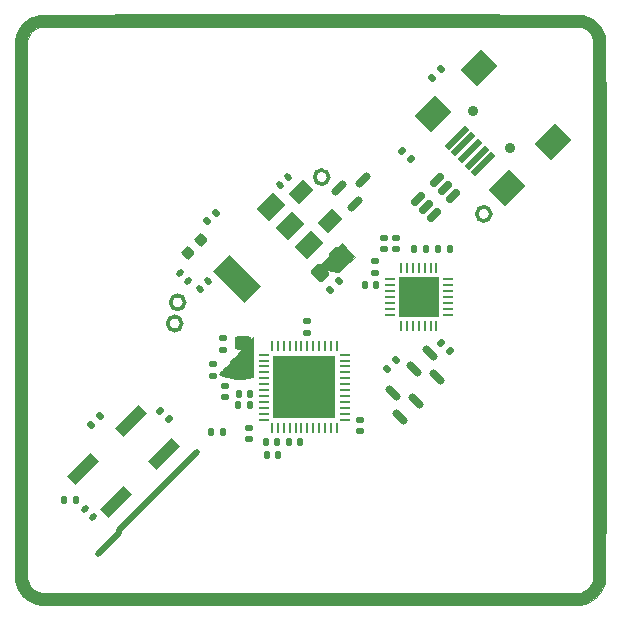
<source format=gbr>
%TF.GenerationSoftware,KiCad,Pcbnew,6.0.1-79c1e3a40b~116~ubuntu20.04.1*%
%TF.CreationDate,2022-02-07T17:34:28-08:00*%
%TF.ProjectId,MirageR1,4d697261-6765-4523-912e-6b696361645f,rev?*%
%TF.SameCoordinates,Original*%
%TF.FileFunction,Soldermask,Bot*%
%TF.FilePolarity,Negative*%
%FSLAX46Y46*%
G04 Gerber Fmt 4.6, Leading zero omitted, Abs format (unit mm)*
G04 Created by KiCad (PCBNEW 6.0.1-79c1e3a40b~116~ubuntu20.04.1) date 2022-02-07 17:34:28*
%MOMM*%
%LPD*%
G01*
G04 APERTURE LIST*
G04 Aperture macros list*
%AMRoundRect*
0 Rectangle with rounded corners*
0 $1 Rounding radius*
0 $2 $3 $4 $5 $6 $7 $8 $9 X,Y pos of 4 corners*
0 Add a 4 corners polygon primitive as box body*
4,1,4,$2,$3,$4,$5,$6,$7,$8,$9,$2,$3,0*
0 Add four circle primitives for the rounded corners*
1,1,$1+$1,$2,$3*
1,1,$1+$1,$4,$5*
1,1,$1+$1,$6,$7*
1,1,$1+$1,$8,$9*
0 Add four rect primitives between the rounded corners*
20,1,$1+$1,$2,$3,$4,$5,0*
20,1,$1+$1,$4,$5,$6,$7,0*
20,1,$1+$1,$6,$7,$8,$9,0*
20,1,$1+$1,$8,$9,$2,$3,0*%
%AMRotRect*
0 Rectangle, with rotation*
0 The origin of the aperture is its center*
0 $1 length*
0 $2 width*
0 $3 Rotation angle, in degrees counterclockwise*
0 Add horizontal line*
21,1,$1,$2,0,0,$3*%
G04 Aperture macros list end*
%ADD10C,0.500000*%
%ADD11C,0.300000*%
%ADD12C,0.010000*%
%ADD13RoundRect,0.062500X-0.337500X-0.062500X0.337500X-0.062500X0.337500X0.062500X-0.337500X0.062500X0*%
%ADD14RoundRect,0.062500X-0.062500X-0.337500X0.062500X-0.337500X0.062500X0.337500X-0.062500X0.337500X0*%
%ADD15R,5.300000X5.300000*%
%ADD16R,3.350000X3.350000*%
%ADD17RoundRect,0.150000X0.256326X0.468458X-0.468458X-0.256326X-0.256326X-0.468458X0.468458X0.256326X0*%
%ADD18RotRect,2.000000X1.500000X225.000000*%
%ADD19RotRect,2.000000X3.800000X225.000000*%
%ADD20RotRect,2.800000X1.000000X225.000000*%
%ADD21RoundRect,0.135000X0.135000X0.185000X-0.135000X0.185000X-0.135000X-0.185000X0.135000X-0.185000X0*%
%ADD22RoundRect,0.135000X0.185000X-0.135000X0.185000X0.135000X-0.185000X0.135000X-0.185000X-0.135000X0*%
%ADD23RoundRect,0.135000X-0.035355X0.226274X-0.226274X0.035355X0.035355X-0.226274X0.226274X-0.035355X0*%
%ADD24RoundRect,0.135000X-0.226274X-0.035355X-0.035355X-0.226274X0.226274X0.035355X0.035355X0.226274X0*%
%ADD25RoundRect,0.135000X0.035355X-0.226274X0.226274X-0.035355X-0.035355X0.226274X-0.226274X0.035355X0*%
%ADD26RoundRect,0.135000X-0.135000X-0.185000X0.135000X-0.185000X0.135000X0.185000X-0.135000X0.185000X0*%
%ADD27RoundRect,0.150000X-0.521491X0.309359X0.309359X-0.521491X0.521491X-0.309359X-0.309359X0.521491X0*%
%ADD28RoundRect,0.150000X0.521491X-0.309359X-0.309359X0.521491X-0.521491X0.309359X0.309359X-0.521491X0*%
%ADD29RoundRect,0.150000X-0.309359X-0.521491X0.521491X0.309359X0.309359X0.521491X-0.521491X-0.309359X0*%
%ADD30RotRect,2.000000X2.500000X315.000000*%
%ADD31RotRect,0.500000X2.500000X315.000000*%
%ADD32C,0.900000*%
%ADD33RoundRect,0.250000X0.450000X-0.325000X0.450000X0.325000X-0.450000X0.325000X-0.450000X-0.325000X0*%
%ADD34RoundRect,0.250000X-0.088388X0.548008X-0.548008X0.088388X0.088388X-0.548008X0.548008X-0.088388X0*%
%ADD35RotRect,1.300000X1.700000X315.000000*%
%ADD36RoundRect,0.140000X0.021213X-0.219203X0.219203X-0.021213X-0.021213X0.219203X-0.219203X0.021213X0*%
%ADD37RoundRect,0.140000X0.219203X0.021213X0.021213X0.219203X-0.219203X-0.021213X-0.021213X-0.219203X0*%
%ADD38RoundRect,0.140000X-0.170000X0.140000X-0.170000X-0.140000X0.170000X-0.140000X0.170000X0.140000X0*%
%ADD39RoundRect,0.140000X-0.219203X-0.021213X-0.021213X-0.219203X0.219203X0.021213X0.021213X0.219203X0*%
%ADD40RoundRect,0.140000X0.140000X0.170000X-0.140000X0.170000X-0.140000X-0.170000X0.140000X-0.170000X0*%
%ADD41RoundRect,0.140000X0.170000X-0.140000X0.170000X0.140000X-0.170000X0.140000X-0.170000X-0.140000X0*%
%ADD42RoundRect,0.225000X-0.017678X0.335876X-0.335876X0.017678X0.017678X-0.335876X0.335876X-0.017678X0*%
%ADD43RoundRect,0.140000X-0.021213X0.219203X-0.219203X0.021213X0.021213X-0.219203X0.219203X-0.021213X0*%
G04 APERTURE END LIST*
D10*
X131800000Y-116200000D02*
X130000000Y-118000000D01*
X131800000Y-116000000D02*
X131800000Y-116200000D01*
X138400000Y-109400000D02*
X131800000Y-116000000D01*
D11*
X163254491Y-89218666D02*
G75*
G03*
X163254491Y-89218666I-600000J0D01*
G01*
X137080448Y-98492379D02*
G75*
G03*
X137080448Y-98492379I-600000J0D01*
G01*
X137331591Y-96706474D02*
G75*
G03*
X137331591Y-96706474I-600000J0D01*
G01*
X149528563Y-86100967D02*
G75*
G03*
X149528563Y-86100967I-600000J0D01*
G01*
D12*
%TO.C,Ref\u002A\u002A*%
X151184018Y-92271265D02*
X151739774Y-92826725D01*
X151739774Y-92826725D02*
X151067843Y-93498902D01*
X151067843Y-93498902D02*
X150901184Y-93665163D01*
X150901184Y-93665163D02*
X150761615Y-93803288D01*
X150761615Y-93803288D02*
X150646725Y-93915506D01*
X150646725Y-93915506D02*
X150554108Y-94004044D01*
X150554108Y-94004044D02*
X150481353Y-94071133D01*
X150481353Y-94071133D02*
X150426054Y-94119000D01*
X150426054Y-94119000D02*
X150385800Y-94149875D01*
X150385800Y-94149875D02*
X150358184Y-94165985D01*
X150358184Y-94165985D02*
X150342871Y-94169736D01*
X150342871Y-94169736D02*
X150301228Y-94164897D01*
X150301228Y-94164897D02*
X150229018Y-94152810D01*
X150229018Y-94152810D02*
X150137001Y-94135391D01*
X150137001Y-94135391D02*
X150051937Y-94117967D01*
X150051937Y-94117967D02*
X149935185Y-94090418D01*
X149935185Y-94090418D02*
X149796559Y-94053419D01*
X149796559Y-94053419D02*
X149653977Y-94011956D01*
X149653977Y-94011956D02*
X149533353Y-93973698D01*
X149533353Y-93973698D02*
X149422612Y-93934856D01*
X149422612Y-93934856D02*
X149301022Y-93889176D01*
X149301022Y-93889176D02*
X149175777Y-93839697D01*
X149175777Y-93839697D02*
X149054073Y-93789457D01*
X149054073Y-93789457D02*
X148943104Y-93741495D01*
X148943104Y-93741495D02*
X148850064Y-93698851D01*
X148850064Y-93698851D02*
X148782149Y-93664564D01*
X148782149Y-93664564D02*
X148746553Y-93641672D01*
X148746553Y-93641672D02*
X148745995Y-93641129D01*
X148745995Y-93641129D02*
X148755260Y-93621913D01*
X148755260Y-93621913D02*
X148793792Y-93574758D01*
X148793792Y-93574758D02*
X148861775Y-93499474D01*
X148861775Y-93499474D02*
X148959390Y-93395869D01*
X148959390Y-93395869D02*
X149086819Y-93263755D01*
X149086819Y-93263755D02*
X149244244Y-93102940D01*
X149244244Y-93102940D02*
X149431846Y-92913234D01*
X149431846Y-92913234D02*
X149649809Y-92694448D01*
X149649809Y-92694448D02*
X149676452Y-92667791D01*
X149676452Y-92667791D02*
X150628261Y-91715805D01*
X150628261Y-91715805D02*
X151184018Y-92271265D01*
X151184018Y-92271265D02*
X151184018Y-92271265D01*
G36*
X151184018Y-92271265D02*
G01*
X151739774Y-92826725D01*
X151067843Y-93498902D01*
X150901184Y-93665163D01*
X150761615Y-93803288D01*
X150646725Y-93915506D01*
X150554108Y-94004044D01*
X150481353Y-94071133D01*
X150426054Y-94119000D01*
X150385800Y-94149875D01*
X150358184Y-94165985D01*
X150342871Y-94169736D01*
X150301228Y-94164897D01*
X150229018Y-94152810D01*
X150137001Y-94135391D01*
X150051937Y-94117967D01*
X149935185Y-94090418D01*
X149796559Y-94053419D01*
X149653977Y-94011956D01*
X149533353Y-93973698D01*
X149422612Y-93934856D01*
X149301022Y-93889176D01*
X149175777Y-93839697D01*
X149054073Y-93789457D01*
X148943104Y-93741495D01*
X148850064Y-93698851D01*
X148782149Y-93664564D01*
X148746553Y-93641672D01*
X148745995Y-93641129D01*
X148755260Y-93621913D01*
X148793792Y-93574758D01*
X148861775Y-93499474D01*
X148959390Y-93395869D01*
X149086819Y-93263755D01*
X149244244Y-93102940D01*
X149431846Y-92913234D01*
X149649809Y-92694448D01*
X149676452Y-92667791D01*
X150628261Y-91715805D01*
X151184018Y-92271265D01*
G37*
X151184018Y-92271265D02*
X151739774Y-92826725D01*
X151067843Y-93498902D01*
X150901184Y-93665163D01*
X150761615Y-93803288D01*
X150646725Y-93915506D01*
X150554108Y-94004044D01*
X150481353Y-94071133D01*
X150426054Y-94119000D01*
X150385800Y-94149875D01*
X150358184Y-94165985D01*
X150342871Y-94169736D01*
X150301228Y-94164897D01*
X150229018Y-94152810D01*
X150137001Y-94135391D01*
X150051937Y-94117967D01*
X149935185Y-94090418D01*
X149796559Y-94053419D01*
X149653977Y-94011956D01*
X149533353Y-93973698D01*
X149422612Y-93934856D01*
X149301022Y-93889176D01*
X149175777Y-93839697D01*
X149054073Y-93789457D01*
X148943104Y-93741495D01*
X148850064Y-93698851D01*
X148782149Y-93664564D01*
X148746553Y-93641672D01*
X148745995Y-93641129D01*
X148755260Y-93621913D01*
X148793792Y-93574758D01*
X148861775Y-93499474D01*
X148959390Y-93395869D01*
X149086819Y-93263755D01*
X149244244Y-93102940D01*
X149431846Y-92913234D01*
X149649809Y-92694448D01*
X149676452Y-92667791D01*
X150628261Y-91715805D01*
X151184018Y-92271265D01*
X143146080Y-102990907D02*
X142960872Y-103047459D01*
X142960872Y-103047459D02*
X142852574Y-103078468D01*
X142852574Y-103078468D02*
X142735351Y-103108817D01*
X142735351Y-103108817D02*
X142631806Y-103132704D01*
X142631806Y-103132704D02*
X142616913Y-103135760D01*
X142616913Y-103135760D02*
X142542779Y-103146511D01*
X142542779Y-103146511D02*
X142436889Y-103156512D01*
X142436889Y-103156512D02*
X142309184Y-103165352D01*
X142309184Y-103165352D02*
X142169605Y-103172619D01*
X142169605Y-103172619D02*
X142028092Y-103177900D01*
X142028092Y-103177900D02*
X141894586Y-103180783D01*
X141894586Y-103180783D02*
X141779030Y-103180858D01*
X141779030Y-103180858D02*
X141691362Y-103177712D01*
X141691362Y-103177712D02*
X141664413Y-103175229D01*
X141664413Y-103175229D02*
X141337420Y-103126861D01*
X141337420Y-103126861D02*
X141037427Y-103065917D01*
X141037427Y-103065917D02*
X140893669Y-103029425D01*
X140893669Y-103029425D02*
X140754232Y-102989200D01*
X140754232Y-102989200D02*
X140620766Y-102947001D01*
X140620766Y-102947001D02*
X140498879Y-102904978D01*
X140498879Y-102904978D02*
X140394181Y-102865282D01*
X140394181Y-102865282D02*
X140312279Y-102830061D01*
X140312279Y-102830061D02*
X140258784Y-102801467D01*
X140258784Y-102801467D02*
X140239302Y-102781649D01*
X140239302Y-102781649D02*
X140240026Y-102778854D01*
X140240026Y-102778854D02*
X140255821Y-102760608D01*
X140255821Y-102760608D02*
X140297842Y-102713725D01*
X140297842Y-102713725D02*
X140363728Y-102640792D01*
X140363728Y-102640792D02*
X140451117Y-102544394D01*
X140451117Y-102544394D02*
X140557648Y-102427118D01*
X140557648Y-102427118D02*
X140680958Y-102291550D01*
X140680958Y-102291550D02*
X140818687Y-102140276D01*
X140818687Y-102140276D02*
X140968473Y-101975882D01*
X140968473Y-101975882D02*
X141127954Y-101800955D01*
X141127954Y-101800955D02*
X141294768Y-101618080D01*
X141294768Y-101618080D02*
X141466556Y-101429843D01*
X141466556Y-101429843D02*
X141640953Y-101238830D01*
X141640953Y-101238830D02*
X141815600Y-101047629D01*
X141815600Y-101047629D02*
X141988135Y-100858824D01*
X141988135Y-100858824D02*
X142156196Y-100675002D01*
X142156196Y-100675002D02*
X142317421Y-100498749D01*
X142317421Y-100498749D02*
X142469449Y-100332651D01*
X142469449Y-100332651D02*
X142609919Y-100179295D01*
X142609919Y-100179295D02*
X142736468Y-100041265D01*
X142736468Y-100041265D02*
X142846736Y-99921149D01*
X142846736Y-99921149D02*
X142938361Y-99821533D01*
X142938361Y-99821533D02*
X143008981Y-99745002D01*
X143008981Y-99745002D02*
X143056235Y-99694144D01*
X143056235Y-99694144D02*
X143074567Y-99674766D01*
X143074567Y-99674766D02*
X143146080Y-99601035D01*
X143146080Y-99601035D02*
X143146080Y-102990907D01*
X143146080Y-102990907D02*
X143146080Y-102990907D01*
G36*
X143146080Y-102990907D02*
G01*
X142960872Y-103047459D01*
X142852574Y-103078468D01*
X142735351Y-103108817D01*
X142631806Y-103132704D01*
X142616913Y-103135760D01*
X142542779Y-103146511D01*
X142436889Y-103156512D01*
X142309184Y-103165352D01*
X142169605Y-103172619D01*
X142028092Y-103177900D01*
X141894586Y-103180783D01*
X141779030Y-103180858D01*
X141691362Y-103177712D01*
X141664413Y-103175229D01*
X141337420Y-103126861D01*
X141037427Y-103065917D01*
X140893669Y-103029425D01*
X140754232Y-102989200D01*
X140620766Y-102947001D01*
X140498879Y-102904978D01*
X140394181Y-102865282D01*
X140312279Y-102830061D01*
X140258784Y-102801467D01*
X140239302Y-102781649D01*
X140240026Y-102778854D01*
X140255821Y-102760608D01*
X140297842Y-102713725D01*
X140363728Y-102640792D01*
X140451117Y-102544394D01*
X140557648Y-102427118D01*
X140680958Y-102291550D01*
X140818687Y-102140276D01*
X140968473Y-101975882D01*
X141127954Y-101800955D01*
X141294768Y-101618080D01*
X141466556Y-101429843D01*
X141640953Y-101238830D01*
X141815600Y-101047629D01*
X141988135Y-100858824D01*
X142156196Y-100675002D01*
X142317421Y-100498749D01*
X142469449Y-100332651D01*
X142609919Y-100179295D01*
X142736468Y-100041265D01*
X142846736Y-99921149D01*
X142938361Y-99821533D01*
X143008981Y-99745002D01*
X143056235Y-99694144D01*
X143074567Y-99674766D01*
X143146080Y-99601035D01*
X143146080Y-102990907D01*
G37*
X143146080Y-102990907D02*
X142960872Y-103047459D01*
X142852574Y-103078468D01*
X142735351Y-103108817D01*
X142631806Y-103132704D01*
X142616913Y-103135760D01*
X142542779Y-103146511D01*
X142436889Y-103156512D01*
X142309184Y-103165352D01*
X142169605Y-103172619D01*
X142028092Y-103177900D01*
X141894586Y-103180783D01*
X141779030Y-103180858D01*
X141691362Y-103177712D01*
X141664413Y-103175229D01*
X141337420Y-103126861D01*
X141037427Y-103065917D01*
X140893669Y-103029425D01*
X140754232Y-102989200D01*
X140620766Y-102947001D01*
X140498879Y-102904978D01*
X140394181Y-102865282D01*
X140312279Y-102830061D01*
X140258784Y-102801467D01*
X140239302Y-102781649D01*
X140240026Y-102778854D01*
X140255821Y-102760608D01*
X140297842Y-102713725D01*
X140363728Y-102640792D01*
X140451117Y-102544394D01*
X140557648Y-102427118D01*
X140680958Y-102291550D01*
X140818687Y-102140276D01*
X140968473Y-101975882D01*
X141127954Y-101800955D01*
X141294768Y-101618080D01*
X141466556Y-101429843D01*
X141640953Y-101238830D01*
X141815600Y-101047629D01*
X141988135Y-100858824D01*
X142156196Y-100675002D01*
X142317421Y-100498749D01*
X142469449Y-100332651D01*
X142609919Y-100179295D01*
X142736468Y-100041265D01*
X142846736Y-99921149D01*
X142938361Y-99821533D01*
X143008981Y-99745002D01*
X143056235Y-99694144D01*
X143074567Y-99674766D01*
X143146080Y-99601035D01*
X143146080Y-102990907D01*
X148926133Y-72325613D02*
X149778814Y-72325664D01*
X149778814Y-72325664D02*
X150629234Y-72325747D01*
X150629234Y-72325747D02*
X151476330Y-72325861D01*
X151476330Y-72325861D02*
X152319042Y-72326006D01*
X152319042Y-72326006D02*
X153156308Y-72326183D01*
X153156308Y-72326183D02*
X153987065Y-72326391D01*
X153987065Y-72326391D02*
X154810251Y-72326631D01*
X154810251Y-72326631D02*
X155624806Y-72326901D01*
X155624806Y-72326901D02*
X156429668Y-72327204D01*
X156429668Y-72327204D02*
X157223774Y-72327537D01*
X157223774Y-72327537D02*
X158006062Y-72327903D01*
X158006062Y-72327903D02*
X158775472Y-72328299D01*
X158775472Y-72328299D02*
X159530941Y-72328727D01*
X159530941Y-72328727D02*
X160271407Y-72329186D01*
X160271407Y-72329186D02*
X160995809Y-72329677D01*
X160995809Y-72329677D02*
X161703085Y-72330199D01*
X161703085Y-72330199D02*
X162392173Y-72330752D01*
X162392173Y-72330752D02*
X163062012Y-72331337D01*
X163062012Y-72331337D02*
X163711539Y-72331953D01*
X163711539Y-72331953D02*
X164339693Y-72332601D01*
X164339693Y-72332601D02*
X164945412Y-72333280D01*
X164945412Y-72333280D02*
X165527634Y-72333990D01*
X165527634Y-72333990D02*
X166085298Y-72334732D01*
X166085298Y-72334732D02*
X166617341Y-72335505D01*
X166617341Y-72335505D02*
X167122703Y-72336310D01*
X167122703Y-72336310D02*
X167600320Y-72337146D01*
X167600320Y-72337146D02*
X168049132Y-72338013D01*
X168049132Y-72338013D02*
X168468077Y-72338912D01*
X168468077Y-72338912D02*
X168856092Y-72339842D01*
X168856092Y-72339842D02*
X169212117Y-72340804D01*
X169212117Y-72340804D02*
X169535088Y-72341796D01*
X169535088Y-72341796D02*
X169823946Y-72342821D01*
X169823946Y-72342821D02*
X170077627Y-72343876D01*
X170077627Y-72343876D02*
X170295070Y-72344964D01*
X170295070Y-72344964D02*
X170475213Y-72346082D01*
X170475213Y-72346082D02*
X170616994Y-72347232D01*
X170616994Y-72347232D02*
X170719353Y-72348413D01*
X170719353Y-72348413D02*
X170781226Y-72349626D01*
X170781226Y-72349626D02*
X170800330Y-72350544D01*
X170800330Y-72350544D02*
X171117387Y-72410258D01*
X171117387Y-72410258D02*
X171419893Y-72509437D01*
X171419893Y-72509437D02*
X171705925Y-72647144D01*
X171705925Y-72647144D02*
X171973564Y-72822438D01*
X171973564Y-72822438D02*
X172220890Y-73034382D01*
X172220890Y-73034382D02*
X172242451Y-73055584D01*
X172242451Y-73055584D02*
X172455115Y-73296440D01*
X172455115Y-73296440D02*
X172632766Y-73560167D01*
X172632766Y-73560167D02*
X172774009Y-73843910D01*
X172774009Y-73843910D02*
X172877447Y-74144811D01*
X172877447Y-74144811D02*
X172941685Y-74460014D01*
X172941685Y-74460014D02*
X172946449Y-74496663D01*
X172946449Y-74496663D02*
X172947685Y-74527866D01*
X172947685Y-74527866D02*
X172948889Y-74600341D01*
X172948889Y-74600341D02*
X172950062Y-74713025D01*
X172950062Y-74713025D02*
X172951204Y-74864857D01*
X172951204Y-74864857D02*
X172952314Y-75054776D01*
X172952314Y-75054776D02*
X172953393Y-75281719D01*
X172953393Y-75281719D02*
X172954441Y-75544625D01*
X172954441Y-75544625D02*
X172955457Y-75842431D01*
X172955457Y-75842431D02*
X172956442Y-76174077D01*
X172956442Y-76174077D02*
X172957395Y-76538500D01*
X172957395Y-76538500D02*
X172958317Y-76934639D01*
X172958317Y-76934639D02*
X172959208Y-77361431D01*
X172959208Y-77361431D02*
X172960067Y-77817816D01*
X172960067Y-77817816D02*
X172960895Y-78302730D01*
X172960895Y-78302730D02*
X172961691Y-78815113D01*
X172961691Y-78815113D02*
X172962456Y-79353903D01*
X172962456Y-79353903D02*
X172963190Y-79918038D01*
X172963190Y-79918038D02*
X172963892Y-80506456D01*
X172963892Y-80506456D02*
X172964563Y-81118095D01*
X172964563Y-81118095D02*
X172965203Y-81751894D01*
X172965203Y-81751894D02*
X172965811Y-82406791D01*
X172965811Y-82406791D02*
X172966387Y-83081724D01*
X172966387Y-83081724D02*
X172966933Y-83775631D01*
X172966933Y-83775631D02*
X172967447Y-84487450D01*
X172967447Y-84487450D02*
X172967929Y-85216120D01*
X172967929Y-85216120D02*
X172968380Y-85960579D01*
X172968380Y-85960579D02*
X172968800Y-86719766D01*
X172968800Y-86719766D02*
X172969188Y-87492618D01*
X172969188Y-87492618D02*
X172969545Y-88278073D01*
X172969545Y-88278073D02*
X172969871Y-89075070D01*
X172969871Y-89075070D02*
X172970165Y-89882547D01*
X172970165Y-89882547D02*
X172970428Y-90699443D01*
X172970428Y-90699443D02*
X172970659Y-91524695D01*
X172970659Y-91524695D02*
X172970859Y-92357242D01*
X172970859Y-92357242D02*
X172971028Y-93196022D01*
X172971028Y-93196022D02*
X172971165Y-94039973D01*
X172971165Y-94039973D02*
X172971271Y-94888033D01*
X172971271Y-94888033D02*
X172971345Y-95739141D01*
X172971345Y-95739141D02*
X172971388Y-96592235D01*
X172971388Y-96592235D02*
X172971400Y-97446253D01*
X172971400Y-97446253D02*
X172971380Y-98300133D01*
X172971380Y-98300133D02*
X172971329Y-99152814D01*
X172971329Y-99152814D02*
X172971246Y-100003234D01*
X172971246Y-100003234D02*
X172971132Y-100850330D01*
X172971132Y-100850330D02*
X172970987Y-101693042D01*
X172970987Y-101693042D02*
X172970810Y-102530308D01*
X172970810Y-102530308D02*
X172970602Y-103361065D01*
X172970602Y-103361065D02*
X172970362Y-104184251D01*
X172970362Y-104184251D02*
X172970092Y-104998806D01*
X172970092Y-104998806D02*
X172969789Y-105803668D01*
X172969789Y-105803668D02*
X172969456Y-106597774D01*
X172969456Y-106597774D02*
X172969090Y-107380062D01*
X172969090Y-107380062D02*
X172968694Y-108149472D01*
X172968694Y-108149472D02*
X172968266Y-108904941D01*
X172968266Y-108904941D02*
X172967807Y-109645407D01*
X172967807Y-109645407D02*
X172967316Y-110369809D01*
X172967316Y-110369809D02*
X172966794Y-111077085D01*
X172966794Y-111077085D02*
X172966241Y-111766173D01*
X172966241Y-111766173D02*
X172965656Y-112436012D01*
X172965656Y-112436012D02*
X172965040Y-113085539D01*
X172965040Y-113085539D02*
X172964392Y-113713693D01*
X172964392Y-113713693D02*
X172963713Y-114319412D01*
X172963713Y-114319412D02*
X172963003Y-114901634D01*
X172963003Y-114901634D02*
X172962261Y-115459298D01*
X172962261Y-115459298D02*
X172961488Y-115991341D01*
X172961488Y-115991341D02*
X172960683Y-116496703D01*
X172960683Y-116496703D02*
X172959847Y-116974320D01*
X172959847Y-116974320D02*
X172958980Y-117423132D01*
X172958980Y-117423132D02*
X172958081Y-117842077D01*
X172958081Y-117842077D02*
X172957151Y-118230092D01*
X172957151Y-118230092D02*
X172956189Y-118586117D01*
X172956189Y-118586117D02*
X172955197Y-118909088D01*
X172955197Y-118909088D02*
X172954172Y-119197946D01*
X172954172Y-119197946D02*
X172953117Y-119451627D01*
X172953117Y-119451627D02*
X172952029Y-119669070D01*
X172952029Y-119669070D02*
X172950911Y-119849213D01*
X172950911Y-119849213D02*
X172949761Y-119990994D01*
X172949761Y-119990994D02*
X172948580Y-120093353D01*
X172948580Y-120093353D02*
X172947367Y-120155226D01*
X172947367Y-120155226D02*
X172946449Y-120174330D01*
X172946449Y-120174330D02*
X172886796Y-120490551D01*
X172886796Y-120490551D02*
X172787631Y-120792581D01*
X172787631Y-120792581D02*
X172650057Y-121078170D01*
X172650057Y-121078170D02*
X172475175Y-121345068D01*
X172475175Y-121345068D02*
X172264088Y-121591026D01*
X172264088Y-121591026D02*
X172240707Y-121614707D01*
X172240707Y-121614707D02*
X171996998Y-121829403D01*
X171996998Y-121829403D02*
X171732120Y-122008006D01*
X171732120Y-122008006D02*
X171448323Y-122149414D01*
X171448323Y-122149414D02*
X171147858Y-122252523D01*
X171147858Y-122252523D02*
X170832973Y-122316232D01*
X170832973Y-122316232D02*
X170800330Y-122320449D01*
X170800330Y-122320449D02*
X170770503Y-122321518D01*
X170770503Y-122321518D02*
X170699408Y-122322560D01*
X170699408Y-122322560D02*
X170588103Y-122323574D01*
X170588103Y-122323574D02*
X170437650Y-122324561D01*
X170437650Y-122324561D02*
X170249108Y-122325521D01*
X170249108Y-122325521D02*
X170023537Y-122326453D01*
X170023537Y-122326453D02*
X169761997Y-122327358D01*
X169761997Y-122327358D02*
X169465549Y-122328235D01*
X169465549Y-122328235D02*
X169135252Y-122329085D01*
X169135252Y-122329085D02*
X168772167Y-122329907D01*
X168772167Y-122329907D02*
X168377354Y-122330702D01*
X168377354Y-122330702D02*
X167951872Y-122331469D01*
X167951872Y-122331469D02*
X167496782Y-122332210D01*
X167496782Y-122332210D02*
X167013145Y-122332922D01*
X167013145Y-122332922D02*
X166502019Y-122333608D01*
X166502019Y-122333608D02*
X165964466Y-122334266D01*
X165964466Y-122334266D02*
X165401544Y-122334897D01*
X165401544Y-122334897D02*
X164814315Y-122335500D01*
X164814315Y-122335500D02*
X164203839Y-122336076D01*
X164203839Y-122336076D02*
X163571175Y-122336625D01*
X163571175Y-122336625D02*
X162917383Y-122337146D01*
X162917383Y-122337146D02*
X162243525Y-122337640D01*
X162243525Y-122337640D02*
X161550659Y-122338107D01*
X161550659Y-122338107D02*
X160839845Y-122338547D01*
X160839845Y-122338547D02*
X160112145Y-122338959D01*
X160112145Y-122338959D02*
X159368618Y-122339344D01*
X159368618Y-122339344D02*
X158610324Y-122339702D01*
X158610324Y-122339702D02*
X157838323Y-122340032D01*
X157838323Y-122340032D02*
X157053675Y-122340336D01*
X157053675Y-122340336D02*
X156257441Y-122340612D01*
X156257441Y-122340612D02*
X155450680Y-122340860D01*
X155450680Y-122340860D02*
X154634453Y-122341082D01*
X154634453Y-122341082D02*
X153809819Y-122341276D01*
X153809819Y-122341276D02*
X152977839Y-122341444D01*
X152977839Y-122341444D02*
X152139573Y-122341584D01*
X152139573Y-122341584D02*
X151296081Y-122341697D01*
X151296081Y-122341697D02*
X150448423Y-122341782D01*
X150448423Y-122341782D02*
X149597659Y-122341841D01*
X149597659Y-122341841D02*
X148744849Y-122341872D01*
X148744849Y-122341872D02*
X147891053Y-122341876D01*
X147891053Y-122341876D02*
X147037331Y-122341854D01*
X147037331Y-122341854D02*
X146184744Y-122341804D01*
X146184744Y-122341804D02*
X145334352Y-122341727D01*
X145334352Y-122341727D02*
X144487214Y-122341622D01*
X144487214Y-122341622D02*
X143644391Y-122341491D01*
X143644391Y-122341491D02*
X142806942Y-122341333D01*
X142806942Y-122341333D02*
X141975929Y-122341147D01*
X141975929Y-122341147D02*
X141152410Y-122340935D01*
X141152410Y-122340935D02*
X140337446Y-122340695D01*
X140337446Y-122340695D02*
X139532098Y-122340429D01*
X139532098Y-122340429D02*
X138737425Y-122340135D01*
X138737425Y-122340135D02*
X137954487Y-122339815D01*
X137954487Y-122339815D02*
X137184344Y-122339467D01*
X137184344Y-122339467D02*
X136428057Y-122339092D01*
X136428057Y-122339092D02*
X135686685Y-122338691D01*
X135686685Y-122338691D02*
X134961289Y-122338262D01*
X134961289Y-122338262D02*
X134252929Y-122337806D01*
X134252929Y-122337806D02*
X133562665Y-122337324D01*
X133562665Y-122337324D02*
X132891556Y-122336814D01*
X132891556Y-122336814D02*
X132240664Y-122336278D01*
X132240664Y-122336278D02*
X131611047Y-122335714D01*
X131611047Y-122335714D02*
X131003767Y-122335124D01*
X131003767Y-122335124D02*
X130419883Y-122334507D01*
X130419883Y-122334507D02*
X129860456Y-122333863D01*
X129860456Y-122333863D02*
X129326544Y-122333191D01*
X129326544Y-122333191D02*
X128819210Y-122332493D01*
X128819210Y-122332493D02*
X128339512Y-122331769D01*
X128339512Y-122331769D02*
X127888510Y-122331017D01*
X127888510Y-122331017D02*
X127467266Y-122330238D01*
X127467266Y-122330238D02*
X127076838Y-122329433D01*
X127076838Y-122329433D02*
X126718287Y-122328600D01*
X126718287Y-122328600D02*
X126392674Y-122327741D01*
X126392674Y-122327741D02*
X126101057Y-122326855D01*
X126101057Y-122326855D02*
X125844498Y-122325942D01*
X125844498Y-122325942D02*
X125624056Y-122325003D01*
X125624056Y-122325003D02*
X125440791Y-122324036D01*
X125440791Y-122324036D02*
X125295764Y-122323043D01*
X125295764Y-122323043D02*
X125190034Y-122322023D01*
X125190034Y-122322023D02*
X125124662Y-122320976D01*
X125124662Y-122320976D02*
X125101497Y-122320051D01*
X125101497Y-122320051D02*
X124804304Y-122262147D01*
X124804304Y-122262147D02*
X124512916Y-122164892D01*
X124512916Y-122164892D02*
X124233346Y-122031267D01*
X124233346Y-122031267D02*
X123971609Y-121864255D01*
X123971609Y-121864255D02*
X123733719Y-121666836D01*
X123733719Y-121666836D02*
X123681831Y-121616258D01*
X123681831Y-121616258D02*
X123466888Y-121371094D01*
X123466888Y-121371094D02*
X123288201Y-121105150D01*
X123288201Y-121105150D02*
X123146847Y-120820629D01*
X123146847Y-120820629D02*
X123043904Y-120519734D01*
X123043904Y-120519734D02*
X122980449Y-120204666D01*
X122980449Y-120204666D02*
X122976544Y-120174330D01*
X122976544Y-120174330D02*
X122975308Y-120143127D01*
X122975308Y-120143127D02*
X122974104Y-120070652D01*
X122974104Y-120070652D02*
X122972931Y-119957968D01*
X122972931Y-119957968D02*
X122971789Y-119806136D01*
X122971789Y-119806136D02*
X122970679Y-119616217D01*
X122970679Y-119616217D02*
X122969600Y-119389274D01*
X122969600Y-119389274D02*
X122968552Y-119126368D01*
X122968552Y-119126368D02*
X122967536Y-118828562D01*
X122967536Y-118828562D02*
X122966551Y-118496916D01*
X122966551Y-118496916D02*
X122965598Y-118132493D01*
X122965598Y-118132493D02*
X122964676Y-117736354D01*
X122964676Y-117736354D02*
X122963785Y-117309562D01*
X122963785Y-117309562D02*
X122962926Y-116853177D01*
X122962926Y-116853177D02*
X122962098Y-116368263D01*
X122962098Y-116368263D02*
X122961302Y-115855880D01*
X122961302Y-115855880D02*
X122960537Y-115317090D01*
X122960537Y-115317090D02*
X122959803Y-114752955D01*
X122959803Y-114752955D02*
X122959101Y-114164537D01*
X122959101Y-114164537D02*
X122958430Y-113552898D01*
X122958430Y-113552898D02*
X122957790Y-112919099D01*
X122957790Y-112919099D02*
X122957182Y-112264202D01*
X122957182Y-112264202D02*
X122956606Y-111589269D01*
X122956606Y-111589269D02*
X122956060Y-110895362D01*
X122956060Y-110895362D02*
X122955546Y-110183543D01*
X122955546Y-110183543D02*
X122955064Y-109454873D01*
X122955064Y-109454873D02*
X122954613Y-108710414D01*
X122954613Y-108710414D02*
X122954193Y-107951227D01*
X122954193Y-107951227D02*
X122953805Y-107178375D01*
X122953805Y-107178375D02*
X122953448Y-106392920D01*
X122953448Y-106392920D02*
X122953249Y-105905229D01*
X122953249Y-105905229D02*
X123972466Y-105905229D01*
X123972466Y-105905229D02*
X123972473Y-106977236D01*
X123972473Y-106977236D02*
X123972531Y-108007012D01*
X123972531Y-108007012D02*
X123972642Y-108994553D01*
X123972642Y-108994553D02*
X123972803Y-109939856D01*
X123972803Y-109939856D02*
X123973017Y-110842916D01*
X123973017Y-110842916D02*
X123973282Y-111703728D01*
X123973282Y-111703728D02*
X123973598Y-112522290D01*
X123973598Y-112522290D02*
X123973967Y-113298595D01*
X123973967Y-113298595D02*
X123974387Y-114032641D01*
X123974387Y-114032641D02*
X123974858Y-114724423D01*
X123974858Y-114724423D02*
X123975382Y-115373937D01*
X123975382Y-115373937D02*
X123975957Y-115981179D01*
X123975957Y-115981179D02*
X123976583Y-116546144D01*
X123976583Y-116546144D02*
X123977262Y-117068829D01*
X123977262Y-117068829D02*
X123977992Y-117549229D01*
X123977992Y-117549229D02*
X123978773Y-117987340D01*
X123978773Y-117987340D02*
X123979606Y-118383157D01*
X123979606Y-118383157D02*
X123980491Y-118736678D01*
X123980491Y-118736678D02*
X123981428Y-119047897D01*
X123981428Y-119047897D02*
X123982416Y-119316810D01*
X123982416Y-119316810D02*
X123983456Y-119543414D01*
X123983456Y-119543414D02*
X123984547Y-119727704D01*
X123984547Y-119727704D02*
X123985690Y-119869675D01*
X123985690Y-119869675D02*
X123986884Y-119969324D01*
X123986884Y-119969324D02*
X123988131Y-120026646D01*
X123988131Y-120026646D02*
X123988927Y-120040911D01*
X123988927Y-120040911D02*
X124040511Y-120281773D01*
X124040511Y-120281773D02*
X124128272Y-120505752D01*
X124128272Y-120505752D02*
X124248965Y-120709504D01*
X124248965Y-120709504D02*
X124399348Y-120889684D01*
X124399348Y-120889684D02*
X124576176Y-121042947D01*
X124576176Y-121042947D02*
X124776205Y-121165947D01*
X124776205Y-121165947D02*
X124996190Y-121255341D01*
X124996190Y-121255341D02*
X125215152Y-121305282D01*
X125215152Y-121305282D02*
X125241344Y-121306037D01*
X125241344Y-121306037D02*
X125308998Y-121306778D01*
X125308998Y-121306778D02*
X125417243Y-121307506D01*
X125417243Y-121307506D02*
X125565207Y-121308219D01*
X125565207Y-121308219D02*
X125752019Y-121308917D01*
X125752019Y-121308917D02*
X125976807Y-121309600D01*
X125976807Y-121309600D02*
X126238701Y-121310266D01*
X126238701Y-121310266D02*
X126536828Y-121310916D01*
X126536828Y-121310916D02*
X126870317Y-121311548D01*
X126870317Y-121311548D02*
X127238298Y-121312163D01*
X127238298Y-121312163D02*
X127639898Y-121312759D01*
X127639898Y-121312759D02*
X128074246Y-121313336D01*
X128074246Y-121313336D02*
X128540470Y-121313894D01*
X128540470Y-121313894D02*
X129037701Y-121314431D01*
X129037701Y-121314431D02*
X129565065Y-121314948D01*
X129565065Y-121314948D02*
X130121692Y-121315444D01*
X130121692Y-121315444D02*
X130706710Y-121315919D01*
X130706710Y-121315919D02*
X131319248Y-121316371D01*
X131319248Y-121316371D02*
X131958435Y-121316800D01*
X131958435Y-121316800D02*
X132623398Y-121317205D01*
X132623398Y-121317205D02*
X133313268Y-121317587D01*
X133313268Y-121317587D02*
X134027172Y-121317944D01*
X134027172Y-121317944D02*
X134764239Y-121318277D01*
X134764239Y-121318277D02*
X135523597Y-121318583D01*
X135523597Y-121318583D02*
X136304376Y-121318864D01*
X136304376Y-121318864D02*
X137105703Y-121319117D01*
X137105703Y-121319117D02*
X137926709Y-121319344D01*
X137926709Y-121319344D02*
X138766520Y-121319542D01*
X138766520Y-121319542D02*
X139624266Y-121319712D01*
X139624266Y-121319712D02*
X140499075Y-121319853D01*
X140499075Y-121319853D02*
X141390076Y-121319965D01*
X141390076Y-121319965D02*
X142296398Y-121320047D01*
X142296398Y-121320047D02*
X143217169Y-121320098D01*
X143217169Y-121320098D02*
X144151518Y-121320117D01*
X144151518Y-121320117D02*
X145098573Y-121320105D01*
X145098573Y-121320105D02*
X146057464Y-121320061D01*
X146057464Y-121320061D02*
X147027318Y-121319984D01*
X147027318Y-121319984D02*
X148007265Y-121319873D01*
X148007265Y-121319873D02*
X148035580Y-121319870D01*
X148035580Y-121319870D02*
X149216256Y-121319714D01*
X149216256Y-121319714D02*
X150355347Y-121319560D01*
X150355347Y-121319560D02*
X151453603Y-121319405D01*
X151453603Y-121319405D02*
X152511772Y-121319249D01*
X152511772Y-121319249D02*
X153530604Y-121319090D01*
X153530604Y-121319090D02*
X154510847Y-121318927D01*
X154510847Y-121318927D02*
X155453249Y-121318759D01*
X155453249Y-121318759D02*
X156358561Y-121318583D01*
X156358561Y-121318583D02*
X157227530Y-121318400D01*
X157227530Y-121318400D02*
X158060906Y-121318206D01*
X158060906Y-121318206D02*
X158859437Y-121318002D01*
X158859437Y-121318002D02*
X159623873Y-121317785D01*
X159623873Y-121317785D02*
X160354962Y-121317555D01*
X160354962Y-121317555D02*
X161053454Y-121317310D01*
X161053454Y-121317310D02*
X161720096Y-121317048D01*
X161720096Y-121317048D02*
X162355639Y-121316769D01*
X162355639Y-121316769D02*
X162960830Y-121316470D01*
X162960830Y-121316470D02*
X163536419Y-121316151D01*
X163536419Y-121316151D02*
X164083155Y-121315811D01*
X164083155Y-121315811D02*
X164601787Y-121315447D01*
X164601787Y-121315447D02*
X165093062Y-121315059D01*
X165093062Y-121315059D02*
X165557731Y-121314645D01*
X165557731Y-121314645D02*
X165996543Y-121314203D01*
X165996543Y-121314203D02*
X166410245Y-121313733D01*
X166410245Y-121313733D02*
X166799588Y-121313234D01*
X166799588Y-121313234D02*
X167165319Y-121312703D01*
X167165319Y-121312703D02*
X167508188Y-121312139D01*
X167508188Y-121312139D02*
X167828943Y-121311542D01*
X167828943Y-121311542D02*
X168128335Y-121310909D01*
X168128335Y-121310909D02*
X168407110Y-121310239D01*
X168407110Y-121310239D02*
X168666019Y-121309531D01*
X168666019Y-121309531D02*
X168905810Y-121308785D01*
X168905810Y-121308785D02*
X169127232Y-121307997D01*
X169127232Y-121307997D02*
X169331035Y-121307167D01*
X169331035Y-121307167D02*
X169517966Y-121306294D01*
X169517966Y-121306294D02*
X169688775Y-121305376D01*
X169688775Y-121305376D02*
X169844210Y-121304412D01*
X169844210Y-121304412D02*
X169985021Y-121303400D01*
X169985021Y-121303400D02*
X170111956Y-121302340D01*
X170111956Y-121302340D02*
X170225765Y-121301229D01*
X170225765Y-121301229D02*
X170327196Y-121300067D01*
X170327196Y-121300067D02*
X170416998Y-121298852D01*
X170416998Y-121298852D02*
X170495920Y-121297582D01*
X170495920Y-121297582D02*
X170564710Y-121296257D01*
X170564710Y-121296257D02*
X170624119Y-121294875D01*
X170624119Y-121294875D02*
X170674894Y-121293435D01*
X170674894Y-121293435D02*
X170717785Y-121291935D01*
X170717785Y-121291935D02*
X170753540Y-121290374D01*
X170753540Y-121290374D02*
X170782908Y-121288751D01*
X170782908Y-121288751D02*
X170806639Y-121287064D01*
X170806639Y-121287064D02*
X170825480Y-121285312D01*
X170825480Y-121285312D02*
X170840182Y-121283493D01*
X170840182Y-121283493D02*
X170851492Y-121281607D01*
X170851492Y-121281607D02*
X170860161Y-121279651D01*
X170860161Y-121279651D02*
X170863830Y-121278619D01*
X170863830Y-121278619D02*
X171104846Y-121185147D01*
X171104846Y-121185147D02*
X171321185Y-121058625D01*
X171321185Y-121058625D02*
X171510473Y-120901452D01*
X171510473Y-120901452D02*
X171670337Y-120716023D01*
X171670337Y-120716023D02*
X171798403Y-120504736D01*
X171798403Y-120504736D02*
X171892296Y-120269990D01*
X171892296Y-120269990D02*
X171904878Y-120227247D01*
X171904878Y-120227247D02*
X171906875Y-120219142D01*
X171906875Y-120219142D02*
X171908802Y-120208879D01*
X171908802Y-120208879D02*
X171910661Y-120195708D01*
X171910661Y-120195708D02*
X171912451Y-120178881D01*
X171912451Y-120178881D02*
X171914175Y-120157649D01*
X171914175Y-120157649D02*
X171915833Y-120131265D01*
X171915833Y-120131265D02*
X171917428Y-120098978D01*
X171917428Y-120098978D02*
X171918959Y-120060041D01*
X171918959Y-120060041D02*
X171920430Y-120013706D01*
X171920430Y-120013706D02*
X171921840Y-119959223D01*
X171921840Y-119959223D02*
X171923191Y-119895845D01*
X171923191Y-119895845D02*
X171924484Y-119822822D01*
X171924484Y-119822822D02*
X171925721Y-119739406D01*
X171925721Y-119739406D02*
X171926903Y-119644849D01*
X171926903Y-119644849D02*
X171928030Y-119538402D01*
X171928030Y-119538402D02*
X171929105Y-119419317D01*
X171929105Y-119419317D02*
X171930129Y-119286845D01*
X171930129Y-119286845D02*
X171931102Y-119140237D01*
X171931102Y-119140237D02*
X171932027Y-118978745D01*
X171932027Y-118978745D02*
X171932903Y-118801621D01*
X171932903Y-118801621D02*
X171933734Y-118608116D01*
X171933734Y-118608116D02*
X171934519Y-118397481D01*
X171934519Y-118397481D02*
X171935260Y-118168968D01*
X171935260Y-118168968D02*
X171935959Y-117921829D01*
X171935959Y-117921829D02*
X171936616Y-117655314D01*
X171936616Y-117655314D02*
X171937233Y-117368676D01*
X171937233Y-117368676D02*
X171937812Y-117061165D01*
X171937812Y-117061165D02*
X171938352Y-116732034D01*
X171938352Y-116732034D02*
X171938857Y-116380534D01*
X171938857Y-116380534D02*
X171939326Y-116005916D01*
X171939326Y-116005916D02*
X171939761Y-115607432D01*
X171939761Y-115607432D02*
X171940164Y-115184332D01*
X171940164Y-115184332D02*
X171940536Y-114735870D01*
X171940536Y-114735870D02*
X171940877Y-114261296D01*
X171940877Y-114261296D02*
X171941190Y-113759861D01*
X171941190Y-113759861D02*
X171941475Y-113230817D01*
X171941475Y-113230817D02*
X171941734Y-112673416D01*
X171941734Y-112673416D02*
X171941967Y-112086910D01*
X171941967Y-112086910D02*
X171942177Y-111470548D01*
X171942177Y-111470548D02*
X171942365Y-110823584D01*
X171942365Y-110823584D02*
X171942531Y-110145268D01*
X171942531Y-110145268D02*
X171942677Y-109434852D01*
X171942677Y-109434852D02*
X171942805Y-108691588D01*
X171942805Y-108691588D02*
X171942915Y-107914726D01*
X171942915Y-107914726D02*
X171943009Y-107103519D01*
X171943009Y-107103519D02*
X171943087Y-106257217D01*
X171943087Y-106257217D02*
X171943152Y-105375074D01*
X171943152Y-105375074D02*
X171943205Y-104456338D01*
X171943205Y-104456338D02*
X171943246Y-103500264D01*
X171943246Y-103500264D02*
X171943278Y-102506100D01*
X171943278Y-102506100D02*
X171943300Y-101473101D01*
X171943300Y-101473101D02*
X171943316Y-100400516D01*
X171943316Y-100400516D02*
X171943325Y-99287597D01*
X171943325Y-99287597D02*
X171943329Y-98133595D01*
X171943329Y-98133595D02*
X171943330Y-97335497D01*
X171943330Y-97335497D02*
X171943328Y-96153497D01*
X171943328Y-96153497D02*
X171943323Y-95013082D01*
X171943323Y-95013082D02*
X171943312Y-93913504D01*
X171943312Y-93913504D02*
X171943294Y-92854013D01*
X171943294Y-92854013D02*
X171943268Y-91833861D01*
X171943268Y-91833861D02*
X171943234Y-90852300D01*
X171943234Y-90852300D02*
X171943189Y-89908582D01*
X171943189Y-89908582D02*
X171943132Y-89001957D01*
X171943132Y-89001957D02*
X171943063Y-88131677D01*
X171943063Y-88131677D02*
X171942979Y-87296994D01*
X171942979Y-87296994D02*
X171942881Y-86497159D01*
X171942881Y-86497159D02*
X171942765Y-85731423D01*
X171942765Y-85731423D02*
X171942631Y-84999039D01*
X171942631Y-84999039D02*
X171942479Y-84299257D01*
X171942479Y-84299257D02*
X171942306Y-83631329D01*
X171942306Y-83631329D02*
X171942111Y-82994506D01*
X171942111Y-82994506D02*
X171941893Y-82388040D01*
X171941893Y-82388040D02*
X171941651Y-81811183D01*
X171941651Y-81811183D02*
X171941384Y-81263186D01*
X171941384Y-81263186D02*
X171941090Y-80743300D01*
X171941090Y-80743300D02*
X171940768Y-80250777D01*
X171940768Y-80250777D02*
X171940417Y-79784868D01*
X171940417Y-79784868D02*
X171940035Y-79344825D01*
X171940035Y-79344825D02*
X171939622Y-78929900D01*
X171939622Y-78929900D02*
X171939175Y-78539343D01*
X171939175Y-78539343D02*
X171938695Y-78172406D01*
X171938695Y-78172406D02*
X171938179Y-77828341D01*
X171938179Y-77828341D02*
X171937626Y-77506400D01*
X171937626Y-77506400D02*
X171937035Y-77205832D01*
X171937035Y-77205832D02*
X171936405Y-76925891D01*
X171936405Y-76925891D02*
X171935734Y-76665828D01*
X171935734Y-76665828D02*
X171935021Y-76424894D01*
X171935021Y-76424894D02*
X171934266Y-76202340D01*
X171934266Y-76202340D02*
X171933466Y-75997418D01*
X171933466Y-75997418D02*
X171932620Y-75809380D01*
X171932620Y-75809380D02*
X171931728Y-75637477D01*
X171931728Y-75637477D02*
X171930788Y-75480960D01*
X171930788Y-75480960D02*
X171929798Y-75339082D01*
X171929798Y-75339082D02*
X171928758Y-75211092D01*
X171928758Y-75211092D02*
X171927665Y-75096244D01*
X171927665Y-75096244D02*
X171926520Y-74993788D01*
X171926520Y-74993788D02*
X171925320Y-74902975D01*
X171925320Y-74902975D02*
X171924065Y-74823058D01*
X171924065Y-74823058D02*
X171922753Y-74753288D01*
X171922753Y-74753288D02*
X171921383Y-74692916D01*
X171921383Y-74692916D02*
X171919953Y-74641194D01*
X171919953Y-74641194D02*
X171918463Y-74597373D01*
X171918463Y-74597373D02*
X171916911Y-74560705D01*
X171916911Y-74560705D02*
X171915295Y-74530441D01*
X171915295Y-74530441D02*
X171913615Y-74505833D01*
X171913615Y-74505833D02*
X171911870Y-74486131D01*
X171911870Y-74486131D02*
X171910057Y-74470589D01*
X171910057Y-74470589D02*
X171908177Y-74458456D01*
X171908177Y-74458456D02*
X171906227Y-74448985D01*
X171906227Y-74448985D02*
X171904878Y-74443747D01*
X171904878Y-74443747D02*
X171817202Y-74205650D01*
X171817202Y-74205650D02*
X171694940Y-73990209D01*
X171694940Y-73990209D02*
X171540895Y-73800229D01*
X171540895Y-73800229D02*
X171357871Y-73638511D01*
X171357871Y-73638511D02*
X171148671Y-73507859D01*
X171148671Y-73507859D02*
X170916098Y-73411078D01*
X170916098Y-73411078D02*
X170853247Y-73392115D01*
X170853247Y-73392115D02*
X170845142Y-73390118D01*
X170845142Y-73390118D02*
X170834879Y-73388191D01*
X170834879Y-73388191D02*
X170821708Y-73386332D01*
X170821708Y-73386332D02*
X170804881Y-73384542D01*
X170804881Y-73384542D02*
X170783649Y-73382818D01*
X170783649Y-73382818D02*
X170757265Y-73381160D01*
X170757265Y-73381160D02*
X170724978Y-73379565D01*
X170724978Y-73379565D02*
X170686041Y-73378034D01*
X170686041Y-73378034D02*
X170639706Y-73376563D01*
X170639706Y-73376563D02*
X170585223Y-73375153D01*
X170585223Y-73375153D02*
X170521845Y-73373802D01*
X170521845Y-73373802D02*
X170448822Y-73372509D01*
X170448822Y-73372509D02*
X170365406Y-73371272D01*
X170365406Y-73371272D02*
X170270849Y-73370090D01*
X170270849Y-73370090D02*
X170164402Y-73368963D01*
X170164402Y-73368963D02*
X170045317Y-73367888D01*
X170045317Y-73367888D02*
X169912845Y-73366864D01*
X169912845Y-73366864D02*
X169766237Y-73365891D01*
X169766237Y-73365891D02*
X169604745Y-73364966D01*
X169604745Y-73364966D02*
X169427621Y-73364090D01*
X169427621Y-73364090D02*
X169234116Y-73363259D01*
X169234116Y-73363259D02*
X169023481Y-73362474D01*
X169023481Y-73362474D02*
X168794968Y-73361733D01*
X168794968Y-73361733D02*
X168547829Y-73361034D01*
X168547829Y-73361034D02*
X168281314Y-73360377D01*
X168281314Y-73360377D02*
X167994676Y-73359760D01*
X167994676Y-73359760D02*
X167687165Y-73359181D01*
X167687165Y-73359181D02*
X167358034Y-73358641D01*
X167358034Y-73358641D02*
X167006534Y-73358136D01*
X167006534Y-73358136D02*
X166631916Y-73357667D01*
X166631916Y-73357667D02*
X166233432Y-73357232D01*
X166233432Y-73357232D02*
X165810332Y-73356829D01*
X165810332Y-73356829D02*
X165361870Y-73356457D01*
X165361870Y-73356457D02*
X164887296Y-73356116D01*
X164887296Y-73356116D02*
X164385861Y-73355803D01*
X164385861Y-73355803D02*
X163856817Y-73355518D01*
X163856817Y-73355518D02*
X163299416Y-73355259D01*
X163299416Y-73355259D02*
X162712910Y-73355026D01*
X162712910Y-73355026D02*
X162096548Y-73354816D01*
X162096548Y-73354816D02*
X161449584Y-73354628D01*
X161449584Y-73354628D02*
X160771268Y-73354462D01*
X160771268Y-73354462D02*
X160060852Y-73354316D01*
X160060852Y-73354316D02*
X159317588Y-73354188D01*
X159317588Y-73354188D02*
X158540726Y-73354078D01*
X158540726Y-73354078D02*
X157729519Y-73353984D01*
X157729519Y-73353984D02*
X156883217Y-73353906D01*
X156883217Y-73353906D02*
X156001074Y-73353841D01*
X156001074Y-73353841D02*
X155082338Y-73353788D01*
X155082338Y-73353788D02*
X154126264Y-73353747D01*
X154126264Y-73353747D02*
X153132100Y-73353715D01*
X153132100Y-73353715D02*
X152099101Y-73353693D01*
X152099101Y-73353693D02*
X151026516Y-73353677D01*
X151026516Y-73353677D02*
X149913597Y-73353668D01*
X149913597Y-73353668D02*
X148759595Y-73353664D01*
X148759595Y-73353664D02*
X147961497Y-73353663D01*
X147961497Y-73353663D02*
X146779645Y-73353665D01*
X146779645Y-73353665D02*
X145639379Y-73353670D01*
X145639379Y-73353670D02*
X144539948Y-73353681D01*
X144539948Y-73353681D02*
X143480605Y-73353697D01*
X143480605Y-73353697D02*
X142460599Y-73353722D01*
X142460599Y-73353722D02*
X141479183Y-73353756D01*
X141479183Y-73353756D02*
X140535608Y-73353799D01*
X140535608Y-73353799D02*
X139629125Y-73353854D01*
X139629125Y-73353854D02*
X138758984Y-73353922D01*
X138758984Y-73353922D02*
X137924438Y-73354004D01*
X137924438Y-73354004D02*
X137124738Y-73354101D01*
X137124738Y-73354101D02*
X136359134Y-73354215D01*
X136359134Y-73354215D02*
X135626879Y-73354347D01*
X135626879Y-73354347D02*
X134927223Y-73354497D01*
X134927223Y-73354497D02*
X134259417Y-73354668D01*
X134259417Y-73354668D02*
X133622713Y-73354861D01*
X133622713Y-73354861D02*
X133016361Y-73355076D01*
X133016361Y-73355076D02*
X132439614Y-73355316D01*
X132439614Y-73355316D02*
X131891723Y-73355581D01*
X131891723Y-73355581D02*
X131371938Y-73355873D01*
X131371938Y-73355873D02*
X130879510Y-73356192D01*
X130879510Y-73356192D02*
X130413692Y-73356541D01*
X130413692Y-73356541D02*
X129973734Y-73356921D01*
X129973734Y-73356921D02*
X129558887Y-73357332D01*
X129558887Y-73357332D02*
X129168404Y-73357776D01*
X129168404Y-73357776D02*
X128801534Y-73358254D01*
X128801534Y-73358254D02*
X128457529Y-73358768D01*
X128457529Y-73358768D02*
X128135641Y-73359319D01*
X128135641Y-73359319D02*
X127835120Y-73359908D01*
X127835120Y-73359908D02*
X127555218Y-73360536D01*
X127555218Y-73360536D02*
X127295186Y-73361205D01*
X127295186Y-73361205D02*
X127054275Y-73361916D01*
X127054275Y-73361916D02*
X126831737Y-73362670D01*
X126831737Y-73362670D02*
X126626823Y-73363468D01*
X126626823Y-73363468D02*
X126438784Y-73364312D01*
X126438784Y-73364312D02*
X126266870Y-73365203D01*
X126266870Y-73365203D02*
X126110334Y-73366143D01*
X126110334Y-73366143D02*
X125968427Y-73367131D01*
X125968427Y-73367131D02*
X125840400Y-73368171D01*
X125840400Y-73368171D02*
X125725504Y-73369263D01*
X125725504Y-73369263D02*
X125622989Y-73370407D01*
X125622989Y-73370407D02*
X125532109Y-73371607D01*
X125532109Y-73371607D02*
X125452113Y-73372862D01*
X125452113Y-73372862D02*
X125382253Y-73374175D01*
X125382253Y-73374175D02*
X125321781Y-73375545D01*
X125321781Y-73375545D02*
X125269947Y-73376976D01*
X125269947Y-73376976D02*
X125226002Y-73378467D01*
X125226002Y-73378467D02*
X125189198Y-73380021D01*
X125189198Y-73380021D02*
X125158787Y-73381638D01*
X125158787Y-73381638D02*
X125134018Y-73383319D01*
X125134018Y-73383319D02*
X125114144Y-73385067D01*
X125114144Y-73385067D02*
X125098416Y-73386882D01*
X125098416Y-73386882D02*
X125086085Y-73388765D01*
X125086085Y-73388765D02*
X125076403Y-73390719D01*
X125076403Y-73390719D02*
X125069747Y-73392420D01*
X125069747Y-73392420D02*
X124828391Y-73481212D01*
X124828391Y-73481212D02*
X124611823Y-73603753D01*
X124611823Y-73603753D02*
X124421891Y-73758213D01*
X124421891Y-73758213D02*
X124260447Y-73942761D01*
X124260447Y-73942761D02*
X124129339Y-74155565D01*
X124129339Y-74155565D02*
X124030418Y-74394793D01*
X124030418Y-74394793D02*
X124018374Y-74433163D01*
X124018374Y-74433163D02*
X124016380Y-74440777D01*
X124016380Y-74440777D02*
X124014456Y-74450661D01*
X124014456Y-74450661D02*
X124012601Y-74463564D01*
X124012601Y-74463564D02*
X124010812Y-74480236D01*
X124010812Y-74480236D02*
X124009088Y-74501426D01*
X124009088Y-74501426D02*
X124007427Y-74527884D01*
X124007427Y-74527884D02*
X124005830Y-74560360D01*
X124005830Y-74560360D02*
X124004292Y-74599602D01*
X124004292Y-74599602D02*
X124002815Y-74646361D01*
X124002815Y-74646361D02*
X124001395Y-74701387D01*
X124001395Y-74701387D02*
X124000032Y-74765428D01*
X124000032Y-74765428D02*
X123998723Y-74839234D01*
X123998723Y-74839234D02*
X123997468Y-74923555D01*
X123997468Y-74923555D02*
X123996265Y-75019141D01*
X123996265Y-75019141D02*
X123995113Y-75126741D01*
X123995113Y-75126741D02*
X123994010Y-75247105D01*
X123994010Y-75247105D02*
X123992954Y-75380981D01*
X123992954Y-75380981D02*
X123991945Y-75529121D01*
X123991945Y-75529121D02*
X123990980Y-75692273D01*
X123990980Y-75692273D02*
X123990059Y-75871187D01*
X123990059Y-75871187D02*
X123989179Y-76066612D01*
X123989179Y-76066612D02*
X123988340Y-76279298D01*
X123988340Y-76279298D02*
X123987540Y-76509995D01*
X123987540Y-76509995D02*
X123986777Y-76759452D01*
X123986777Y-76759452D02*
X123986050Y-77028419D01*
X123986050Y-77028419D02*
X123985357Y-77317646D01*
X123985357Y-77317646D02*
X123984697Y-77627881D01*
X123984697Y-77627881D02*
X123984069Y-77959874D01*
X123984069Y-77959874D02*
X123983471Y-78314376D01*
X123983471Y-78314376D02*
X123982902Y-78692136D01*
X123982902Y-78692136D02*
X123982360Y-79093902D01*
X123982360Y-79093902D02*
X123981843Y-79520426D01*
X123981843Y-79520426D02*
X123981351Y-79972456D01*
X123981351Y-79972456D02*
X123980881Y-80450741D01*
X123980881Y-80450741D02*
X123980433Y-80956033D01*
X123980433Y-80956033D02*
X123980004Y-81489079D01*
X123980004Y-81489079D02*
X123979594Y-82050630D01*
X123979594Y-82050630D02*
X123979201Y-82641435D01*
X123979201Y-82641435D02*
X123978823Y-83262244D01*
X123978823Y-83262244D02*
X123978460Y-83913806D01*
X123978460Y-83913806D02*
X123978108Y-84596872D01*
X123978108Y-84596872D02*
X123977768Y-85312189D01*
X123977768Y-85312189D02*
X123977437Y-86060509D01*
X123977437Y-86060509D02*
X123977115Y-86842581D01*
X123977115Y-86842581D02*
X123976799Y-87659154D01*
X123976799Y-87659154D02*
X123976488Y-88510977D01*
X123976488Y-88510977D02*
X123976181Y-89398801D01*
X123976181Y-89398801D02*
X123975877Y-90323375D01*
X123975877Y-90323375D02*
X123975573Y-91285448D01*
X123975573Y-91285448D02*
X123975268Y-92285771D01*
X123975268Y-92285771D02*
X123974961Y-93325092D01*
X123974961Y-93325092D02*
X123974651Y-94404161D01*
X123974651Y-94404161D02*
X123974336Y-95523729D01*
X123974336Y-95523729D02*
X123974014Y-96684543D01*
X123974014Y-96684543D02*
X123973867Y-97219080D01*
X123973867Y-97219080D02*
X123973512Y-98586583D01*
X123973512Y-98586583D02*
X123973208Y-99911885D01*
X123973208Y-99911885D02*
X123972956Y-101194981D01*
X123972956Y-101194981D02*
X123972756Y-102435868D01*
X123972756Y-102435868D02*
X123972608Y-103634541D01*
X123972608Y-103634541D02*
X123972511Y-104790996D01*
X123972511Y-104790996D02*
X123972466Y-105905229D01*
X123972466Y-105905229D02*
X122953249Y-105905229D01*
X122953249Y-105905229D02*
X122953122Y-105595923D01*
X122953122Y-105595923D02*
X122952828Y-104788446D01*
X122952828Y-104788446D02*
X122952565Y-103971550D01*
X122952565Y-103971550D02*
X122952334Y-103146298D01*
X122952334Y-103146298D02*
X122952134Y-102313751D01*
X122952134Y-102313751D02*
X122951965Y-101474971D01*
X122951965Y-101474971D02*
X122951828Y-100631020D01*
X122951828Y-100631020D02*
X122951722Y-99782960D01*
X122951722Y-99782960D02*
X122951648Y-98931852D01*
X122951648Y-98931852D02*
X122951605Y-98078758D01*
X122951605Y-98078758D02*
X122951593Y-97224740D01*
X122951593Y-97224740D02*
X122951613Y-96370860D01*
X122951613Y-96370860D02*
X122951664Y-95518179D01*
X122951664Y-95518179D02*
X122951747Y-94667759D01*
X122951747Y-94667759D02*
X122951861Y-93820663D01*
X122951861Y-93820663D02*
X122952006Y-92977951D01*
X122952006Y-92977951D02*
X122952183Y-92140685D01*
X122952183Y-92140685D02*
X122952391Y-91309928D01*
X122952391Y-91309928D02*
X122952631Y-90486742D01*
X122952631Y-90486742D02*
X122952901Y-89672187D01*
X122952901Y-89672187D02*
X122953204Y-88867325D01*
X122953204Y-88867325D02*
X122953537Y-88073219D01*
X122953537Y-88073219D02*
X122953903Y-87290931D01*
X122953903Y-87290931D02*
X122954299Y-86521521D01*
X122954299Y-86521521D02*
X122954727Y-85766052D01*
X122954727Y-85766052D02*
X122955186Y-85025586D01*
X122955186Y-85025586D02*
X122955677Y-84301184D01*
X122955677Y-84301184D02*
X122956199Y-83593908D01*
X122956199Y-83593908D02*
X122956752Y-82904820D01*
X122956752Y-82904820D02*
X122957337Y-82234981D01*
X122957337Y-82234981D02*
X122957953Y-81585454D01*
X122957953Y-81585454D02*
X122958601Y-80957300D01*
X122958601Y-80957300D02*
X122959280Y-80351581D01*
X122959280Y-80351581D02*
X122959990Y-79769359D01*
X122959990Y-79769359D02*
X122960732Y-79211695D01*
X122960732Y-79211695D02*
X122961505Y-78679652D01*
X122961505Y-78679652D02*
X122962310Y-78174290D01*
X122962310Y-78174290D02*
X122963146Y-77696673D01*
X122963146Y-77696673D02*
X122964013Y-77247861D01*
X122964013Y-77247861D02*
X122964912Y-76828916D01*
X122964912Y-76828916D02*
X122965842Y-76440901D01*
X122965842Y-76440901D02*
X122966804Y-76084876D01*
X122966804Y-76084876D02*
X122967796Y-75761905D01*
X122967796Y-75761905D02*
X122968821Y-75473047D01*
X122968821Y-75473047D02*
X122969876Y-75219366D01*
X122969876Y-75219366D02*
X122970964Y-75001923D01*
X122970964Y-75001923D02*
X122972082Y-74821780D01*
X122972082Y-74821780D02*
X122973232Y-74679999D01*
X122973232Y-74679999D02*
X122974413Y-74577640D01*
X122974413Y-74577640D02*
X122975626Y-74515767D01*
X122975626Y-74515767D02*
X122976544Y-74496663D01*
X122976544Y-74496663D02*
X123036316Y-74179722D01*
X123036316Y-74179722D02*
X123135592Y-73876706D01*
X123135592Y-73876706D02*
X123273060Y-73590300D01*
X123273060Y-73590300D02*
X123447411Y-73323188D01*
X123447411Y-73323188D02*
X123657334Y-73078053D01*
X123657334Y-73078053D02*
X123680542Y-73054542D01*
X123680542Y-73054542D02*
X123923300Y-72841087D01*
X123923300Y-72841087D02*
X124188308Y-72663071D01*
X124188308Y-72663071D02*
X124472881Y-72521806D01*
X124472881Y-72521806D02*
X124774335Y-72418600D01*
X124774335Y-72418600D02*
X125089987Y-72354765D01*
X125089987Y-72354765D02*
X125122663Y-72350544D01*
X125122663Y-72350544D02*
X125153866Y-72349308D01*
X125153866Y-72349308D02*
X125226341Y-72348104D01*
X125226341Y-72348104D02*
X125339025Y-72346931D01*
X125339025Y-72346931D02*
X125490857Y-72345789D01*
X125490857Y-72345789D02*
X125680776Y-72344679D01*
X125680776Y-72344679D02*
X125907719Y-72343600D01*
X125907719Y-72343600D02*
X126170625Y-72342552D01*
X126170625Y-72342552D02*
X126468431Y-72341536D01*
X126468431Y-72341536D02*
X126800077Y-72340551D01*
X126800077Y-72340551D02*
X127164500Y-72339598D01*
X127164500Y-72339598D02*
X127560639Y-72338676D01*
X127560639Y-72338676D02*
X127987431Y-72337785D01*
X127987431Y-72337785D02*
X128443816Y-72336926D01*
X128443816Y-72336926D02*
X128928730Y-72336098D01*
X128928730Y-72336098D02*
X129441113Y-72335302D01*
X129441113Y-72335302D02*
X129979903Y-72334537D01*
X129979903Y-72334537D02*
X130544038Y-72333803D01*
X130544038Y-72333803D02*
X131132456Y-72333101D01*
X131132456Y-72333101D02*
X131744095Y-72332430D01*
X131744095Y-72332430D02*
X132377894Y-72331790D01*
X132377894Y-72331790D02*
X133032791Y-72331182D01*
X133032791Y-72331182D02*
X133707724Y-72330606D01*
X133707724Y-72330606D02*
X134401631Y-72330060D01*
X134401631Y-72330060D02*
X135113450Y-72329546D01*
X135113450Y-72329546D02*
X135842120Y-72329064D01*
X135842120Y-72329064D02*
X136586579Y-72328613D01*
X136586579Y-72328613D02*
X137345766Y-72328193D01*
X137345766Y-72328193D02*
X138118618Y-72327805D01*
X138118618Y-72327805D02*
X138904073Y-72327448D01*
X138904073Y-72327448D02*
X139701070Y-72327122D01*
X139701070Y-72327122D02*
X140508547Y-72326828D01*
X140508547Y-72326828D02*
X141325443Y-72326565D01*
X141325443Y-72326565D02*
X142150695Y-72326334D01*
X142150695Y-72326334D02*
X142983242Y-72326134D01*
X142983242Y-72326134D02*
X143822022Y-72325965D01*
X143822022Y-72325965D02*
X144665973Y-72325828D01*
X144665973Y-72325828D02*
X145514033Y-72325722D01*
X145514033Y-72325722D02*
X146365141Y-72325648D01*
X146365141Y-72325648D02*
X147218235Y-72325605D01*
X147218235Y-72325605D02*
X148072253Y-72325593D01*
X148072253Y-72325593D02*
X148926133Y-72325613D01*
X148926133Y-72325613D02*
X148926133Y-72325613D01*
G36*
X122952828Y-104788446D02*
G01*
X122952565Y-103971550D01*
X122952334Y-103146298D01*
X122952134Y-102313751D01*
X122951965Y-101474971D01*
X122951828Y-100631020D01*
X122951722Y-99782960D01*
X122951648Y-98931852D01*
X122951605Y-98078758D01*
X122951593Y-97224740D01*
X122951613Y-96370860D01*
X122951664Y-95518179D01*
X122951747Y-94667759D01*
X122951861Y-93820663D01*
X122952006Y-92977951D01*
X122952183Y-92140685D01*
X122952391Y-91309928D01*
X122952631Y-90486742D01*
X122952901Y-89672187D01*
X122953204Y-88867325D01*
X122953537Y-88073219D01*
X122953903Y-87290931D01*
X122954299Y-86521521D01*
X122954727Y-85766052D01*
X122955186Y-85025586D01*
X122955677Y-84301184D01*
X122956199Y-83593908D01*
X122956752Y-82904820D01*
X122957337Y-82234981D01*
X122957953Y-81585454D01*
X122958601Y-80957300D01*
X122959280Y-80351581D01*
X122959990Y-79769359D01*
X122960732Y-79211695D01*
X122961505Y-78679652D01*
X122962310Y-78174290D01*
X122963146Y-77696673D01*
X122964013Y-77247861D01*
X122964912Y-76828916D01*
X122965842Y-76440901D01*
X122966804Y-76084876D01*
X122967796Y-75761905D01*
X122968821Y-75473047D01*
X122969876Y-75219366D01*
X122970964Y-75001923D01*
X122972082Y-74821780D01*
X122973232Y-74679999D01*
X122974413Y-74577640D01*
X122975626Y-74515767D01*
X122976544Y-74496663D01*
X123036316Y-74179722D01*
X123135592Y-73876706D01*
X123273060Y-73590300D01*
X123447411Y-73323188D01*
X123657334Y-73078053D01*
X123680542Y-73054542D01*
X123923300Y-72841087D01*
X124188308Y-72663071D01*
X124472881Y-72521806D01*
X124774335Y-72418600D01*
X125089987Y-72354765D01*
X125122663Y-72350544D01*
X125153866Y-72349308D01*
X125226341Y-72348104D01*
X125339025Y-72346931D01*
X125490857Y-72345789D01*
X125680776Y-72344679D01*
X125907719Y-72343600D01*
X126170625Y-72342552D01*
X126468431Y-72341536D01*
X126800077Y-72340551D01*
X127164500Y-72339598D01*
X127560639Y-72338676D01*
X127987431Y-72337785D01*
X128443816Y-72336926D01*
X128928730Y-72336098D01*
X129441113Y-72335302D01*
X129979903Y-72334537D01*
X130544038Y-72333803D01*
X131132456Y-72333101D01*
X131744095Y-72332430D01*
X132377894Y-72331790D01*
X133032791Y-72331182D01*
X133707724Y-72330606D01*
X134401631Y-72330060D01*
X135113450Y-72329546D01*
X135842120Y-72329064D01*
X136586579Y-72328613D01*
X137345766Y-72328193D01*
X138118618Y-72327805D01*
X138904073Y-72327448D01*
X139701070Y-72327122D01*
X140508547Y-72326828D01*
X141325443Y-72326565D01*
X142150695Y-72326334D01*
X142983242Y-72326134D01*
X143822022Y-72325965D01*
X144665973Y-72325828D01*
X145514033Y-72325722D01*
X146365141Y-72325648D01*
X147218235Y-72325605D01*
X148072253Y-72325593D01*
X148926133Y-72325613D01*
X149778814Y-72325664D01*
X150629234Y-72325747D01*
X151476330Y-72325861D01*
X152319042Y-72326006D01*
X153156308Y-72326183D01*
X153987065Y-72326391D01*
X154810251Y-72326631D01*
X155624806Y-72326901D01*
X156429668Y-72327204D01*
X157223774Y-72327537D01*
X158006062Y-72327903D01*
X158775472Y-72328299D01*
X159530941Y-72328727D01*
X160271407Y-72329186D01*
X160995809Y-72329677D01*
X161703085Y-72330199D01*
X162392173Y-72330752D01*
X163062012Y-72331337D01*
X163711539Y-72331953D01*
X164339693Y-72332601D01*
X164945412Y-72333280D01*
X165527634Y-72333990D01*
X166085298Y-72334732D01*
X166617341Y-72335505D01*
X167122703Y-72336310D01*
X167600320Y-72337146D01*
X168049132Y-72338013D01*
X168468077Y-72338912D01*
X168856092Y-72339842D01*
X169212117Y-72340804D01*
X169535088Y-72341796D01*
X169823946Y-72342821D01*
X170077627Y-72343876D01*
X170295070Y-72344964D01*
X170475213Y-72346082D01*
X170616994Y-72347232D01*
X170719353Y-72348413D01*
X170781226Y-72349626D01*
X170800330Y-72350544D01*
X171117387Y-72410258D01*
X171419893Y-72509437D01*
X171705925Y-72647144D01*
X171973564Y-72822438D01*
X172220890Y-73034382D01*
X172242451Y-73055584D01*
X172455115Y-73296440D01*
X172632766Y-73560167D01*
X172774009Y-73843910D01*
X172877447Y-74144811D01*
X172941685Y-74460014D01*
X172946449Y-74496663D01*
X172947685Y-74527866D01*
X172948889Y-74600341D01*
X172950062Y-74713025D01*
X172951204Y-74864857D01*
X172952314Y-75054776D01*
X172953393Y-75281719D01*
X172954441Y-75544625D01*
X172955457Y-75842431D01*
X172956442Y-76174077D01*
X172957395Y-76538500D01*
X172958317Y-76934639D01*
X172959208Y-77361431D01*
X172960067Y-77817816D01*
X172960895Y-78302730D01*
X172961691Y-78815113D01*
X172962456Y-79353903D01*
X172963190Y-79918038D01*
X172963892Y-80506456D01*
X172964563Y-81118095D01*
X172965203Y-81751894D01*
X172965811Y-82406791D01*
X172966387Y-83081724D01*
X172966933Y-83775631D01*
X172967447Y-84487450D01*
X172967929Y-85216120D01*
X172968380Y-85960579D01*
X172968800Y-86719766D01*
X172969188Y-87492618D01*
X172969545Y-88278073D01*
X172969871Y-89075070D01*
X172970165Y-89882547D01*
X172970428Y-90699443D01*
X172970659Y-91524695D01*
X172970859Y-92357242D01*
X172971028Y-93196022D01*
X172971165Y-94039973D01*
X172971271Y-94888033D01*
X172971345Y-95739141D01*
X172971388Y-96592235D01*
X172971400Y-97446253D01*
X172971380Y-98300133D01*
X172971329Y-99152814D01*
X172971246Y-100003234D01*
X172971132Y-100850330D01*
X172970987Y-101693042D01*
X172970810Y-102530308D01*
X172970602Y-103361065D01*
X172970362Y-104184251D01*
X172970092Y-104998806D01*
X172969789Y-105803668D01*
X172969456Y-106597774D01*
X172969090Y-107380062D01*
X172968694Y-108149472D01*
X172968266Y-108904941D01*
X172967807Y-109645407D01*
X172967316Y-110369809D01*
X172966794Y-111077085D01*
X172966241Y-111766173D01*
X172965656Y-112436012D01*
X172965040Y-113085539D01*
X172964392Y-113713693D01*
X172963713Y-114319412D01*
X172963003Y-114901634D01*
X172962261Y-115459298D01*
X172961488Y-115991341D01*
X172960683Y-116496703D01*
X172959847Y-116974320D01*
X172958980Y-117423132D01*
X172958081Y-117842077D01*
X172957151Y-118230092D01*
X172956189Y-118586117D01*
X172955197Y-118909088D01*
X172954172Y-119197946D01*
X172953117Y-119451627D01*
X172952029Y-119669070D01*
X172950911Y-119849213D01*
X172949761Y-119990994D01*
X172948580Y-120093353D01*
X172947367Y-120155226D01*
X172946449Y-120174330D01*
X172886796Y-120490551D01*
X172787631Y-120792581D01*
X172650057Y-121078170D01*
X172475175Y-121345068D01*
X172264088Y-121591026D01*
X172240707Y-121614707D01*
X171996998Y-121829403D01*
X171732120Y-122008006D01*
X171448323Y-122149414D01*
X171147858Y-122252523D01*
X170832973Y-122316232D01*
X170800330Y-122320449D01*
X170770503Y-122321518D01*
X170699408Y-122322560D01*
X170588103Y-122323574D01*
X170437650Y-122324561D01*
X170249108Y-122325521D01*
X170023537Y-122326453D01*
X169761997Y-122327358D01*
X169465549Y-122328235D01*
X169135252Y-122329085D01*
X168772167Y-122329907D01*
X168377354Y-122330702D01*
X167951872Y-122331469D01*
X167496782Y-122332210D01*
X167013145Y-122332922D01*
X166502019Y-122333608D01*
X165964466Y-122334266D01*
X165401544Y-122334897D01*
X164814315Y-122335500D01*
X164203839Y-122336076D01*
X163571175Y-122336625D01*
X162917383Y-122337146D01*
X162243525Y-122337640D01*
X161550659Y-122338107D01*
X160839845Y-122338547D01*
X160112145Y-122338959D01*
X159368618Y-122339344D01*
X158610324Y-122339702D01*
X157838323Y-122340032D01*
X157053675Y-122340336D01*
X156257441Y-122340612D01*
X155450680Y-122340860D01*
X154634453Y-122341082D01*
X153809819Y-122341276D01*
X152977839Y-122341444D01*
X152139573Y-122341584D01*
X151296081Y-122341697D01*
X150448423Y-122341782D01*
X149597659Y-122341841D01*
X148744849Y-122341872D01*
X147891053Y-122341876D01*
X147037331Y-122341854D01*
X146184744Y-122341804D01*
X145334352Y-122341727D01*
X144487214Y-122341622D01*
X143644391Y-122341491D01*
X142806942Y-122341333D01*
X141975929Y-122341147D01*
X141152410Y-122340935D01*
X140337446Y-122340695D01*
X139532098Y-122340429D01*
X138737425Y-122340135D01*
X137954487Y-122339815D01*
X137184344Y-122339467D01*
X136428057Y-122339092D01*
X135686685Y-122338691D01*
X134961289Y-122338262D01*
X134252929Y-122337806D01*
X133562665Y-122337324D01*
X132891556Y-122336814D01*
X132240664Y-122336278D01*
X131611047Y-122335714D01*
X131003767Y-122335124D01*
X130419883Y-122334507D01*
X129860456Y-122333863D01*
X129326544Y-122333191D01*
X128819210Y-122332493D01*
X128339512Y-122331769D01*
X127888510Y-122331017D01*
X127467266Y-122330238D01*
X127076838Y-122329433D01*
X126718287Y-122328600D01*
X126392674Y-122327741D01*
X126101057Y-122326855D01*
X125844498Y-122325942D01*
X125624056Y-122325003D01*
X125440791Y-122324036D01*
X125295764Y-122323043D01*
X125190034Y-122322023D01*
X125124662Y-122320976D01*
X125101497Y-122320051D01*
X124804304Y-122262147D01*
X124512916Y-122164892D01*
X124233346Y-122031267D01*
X123971609Y-121864255D01*
X123733719Y-121666836D01*
X123681831Y-121616258D01*
X123466888Y-121371094D01*
X123288201Y-121105150D01*
X123146847Y-120820629D01*
X123043904Y-120519734D01*
X122980449Y-120204666D01*
X122976544Y-120174330D01*
X122975308Y-120143127D01*
X122974104Y-120070652D01*
X122972931Y-119957968D01*
X122971789Y-119806136D01*
X122970679Y-119616217D01*
X122969600Y-119389274D01*
X122968552Y-119126368D01*
X122967536Y-118828562D01*
X122966551Y-118496916D01*
X122965598Y-118132493D01*
X122964676Y-117736354D01*
X122963785Y-117309562D01*
X122962926Y-116853177D01*
X122962098Y-116368263D01*
X122961302Y-115855880D01*
X122960537Y-115317090D01*
X122959803Y-114752955D01*
X122959101Y-114164537D01*
X122958430Y-113552898D01*
X122957790Y-112919099D01*
X122957182Y-112264202D01*
X122956606Y-111589269D01*
X122956060Y-110895362D01*
X122955546Y-110183543D01*
X122955064Y-109454873D01*
X122954613Y-108710414D01*
X122954193Y-107951227D01*
X122953805Y-107178375D01*
X122953448Y-106392920D01*
X122953249Y-105905229D01*
X123972466Y-105905229D01*
X123972473Y-106977236D01*
X123972531Y-108007012D01*
X123972642Y-108994553D01*
X123972803Y-109939856D01*
X123973017Y-110842916D01*
X123973282Y-111703728D01*
X123973598Y-112522290D01*
X123973967Y-113298595D01*
X123974387Y-114032641D01*
X123974858Y-114724423D01*
X123975382Y-115373937D01*
X123975957Y-115981179D01*
X123976583Y-116546144D01*
X123977262Y-117068829D01*
X123977992Y-117549229D01*
X123978773Y-117987340D01*
X123979606Y-118383157D01*
X123980491Y-118736678D01*
X123981428Y-119047897D01*
X123982416Y-119316810D01*
X123983456Y-119543414D01*
X123984547Y-119727704D01*
X123985690Y-119869675D01*
X123986884Y-119969324D01*
X123988131Y-120026646D01*
X123988927Y-120040911D01*
X124040511Y-120281773D01*
X124128272Y-120505752D01*
X124248965Y-120709504D01*
X124399348Y-120889684D01*
X124576176Y-121042947D01*
X124776205Y-121165947D01*
X124996190Y-121255341D01*
X125215152Y-121305282D01*
X125241344Y-121306037D01*
X125308998Y-121306778D01*
X125417243Y-121307506D01*
X125565207Y-121308219D01*
X125752019Y-121308917D01*
X125976807Y-121309600D01*
X126238701Y-121310266D01*
X126536828Y-121310916D01*
X126870317Y-121311548D01*
X127238298Y-121312163D01*
X127639898Y-121312759D01*
X128074246Y-121313336D01*
X128540470Y-121313894D01*
X129037701Y-121314431D01*
X129565065Y-121314948D01*
X130121692Y-121315444D01*
X130706710Y-121315919D01*
X131319248Y-121316371D01*
X131958435Y-121316800D01*
X132623398Y-121317205D01*
X133313268Y-121317587D01*
X134027172Y-121317944D01*
X134764239Y-121318277D01*
X135523597Y-121318583D01*
X136304376Y-121318864D01*
X137105703Y-121319117D01*
X137926709Y-121319344D01*
X138766520Y-121319542D01*
X139624266Y-121319712D01*
X140499075Y-121319853D01*
X141390076Y-121319965D01*
X142296398Y-121320047D01*
X143217169Y-121320098D01*
X144151518Y-121320117D01*
X145098573Y-121320105D01*
X146057464Y-121320061D01*
X147027318Y-121319984D01*
X148007265Y-121319873D01*
X148035580Y-121319870D01*
X149216256Y-121319714D01*
X150355347Y-121319560D01*
X151453603Y-121319405D01*
X152511772Y-121319249D01*
X153530604Y-121319090D01*
X154510847Y-121318927D01*
X155453249Y-121318759D01*
X156358561Y-121318583D01*
X157227530Y-121318400D01*
X158060906Y-121318206D01*
X158859437Y-121318002D01*
X159623873Y-121317785D01*
X160354962Y-121317555D01*
X161053454Y-121317310D01*
X161720096Y-121317048D01*
X162355639Y-121316769D01*
X162960830Y-121316470D01*
X163536419Y-121316151D01*
X164083155Y-121315811D01*
X164601787Y-121315447D01*
X165093062Y-121315059D01*
X165557731Y-121314645D01*
X165996543Y-121314203D01*
X166410245Y-121313733D01*
X166799588Y-121313234D01*
X167165319Y-121312703D01*
X167508188Y-121312139D01*
X167828943Y-121311542D01*
X168128335Y-121310909D01*
X168407110Y-121310239D01*
X168666019Y-121309531D01*
X168905810Y-121308785D01*
X169127232Y-121307997D01*
X169331035Y-121307167D01*
X169517966Y-121306294D01*
X169688775Y-121305376D01*
X169844210Y-121304412D01*
X169985021Y-121303400D01*
X170111956Y-121302340D01*
X170225765Y-121301229D01*
X170327196Y-121300067D01*
X170416998Y-121298852D01*
X170495920Y-121297582D01*
X170564710Y-121296257D01*
X170624119Y-121294875D01*
X170674894Y-121293435D01*
X170717785Y-121291935D01*
X170753540Y-121290374D01*
X170782908Y-121288751D01*
X170806639Y-121287064D01*
X170825480Y-121285312D01*
X170840182Y-121283493D01*
X170851492Y-121281607D01*
X170860161Y-121279651D01*
X170863830Y-121278619D01*
X171104846Y-121185147D01*
X171321185Y-121058625D01*
X171510473Y-120901452D01*
X171670337Y-120716023D01*
X171798403Y-120504736D01*
X171892296Y-120269990D01*
X171904878Y-120227247D01*
X171906875Y-120219142D01*
X171908802Y-120208879D01*
X171910661Y-120195708D01*
X171912451Y-120178881D01*
X171914175Y-120157649D01*
X171915833Y-120131265D01*
X171917428Y-120098978D01*
X171918959Y-120060041D01*
X171920430Y-120013706D01*
X171921840Y-119959223D01*
X171923191Y-119895845D01*
X171924484Y-119822822D01*
X171925721Y-119739406D01*
X171926903Y-119644849D01*
X171928030Y-119538402D01*
X171929105Y-119419317D01*
X171930129Y-119286845D01*
X171931102Y-119140237D01*
X171932027Y-118978745D01*
X171932903Y-118801621D01*
X171933734Y-118608116D01*
X171934519Y-118397481D01*
X171935260Y-118168968D01*
X171935959Y-117921829D01*
X171936616Y-117655314D01*
X171937233Y-117368676D01*
X171937812Y-117061165D01*
X171938352Y-116732034D01*
X171938857Y-116380534D01*
X171939326Y-116005916D01*
X171939761Y-115607432D01*
X171940164Y-115184332D01*
X171940536Y-114735870D01*
X171940877Y-114261296D01*
X171941190Y-113759861D01*
X171941475Y-113230817D01*
X171941734Y-112673416D01*
X171941967Y-112086910D01*
X171942177Y-111470548D01*
X171942365Y-110823584D01*
X171942531Y-110145268D01*
X171942677Y-109434852D01*
X171942805Y-108691588D01*
X171942915Y-107914726D01*
X171943009Y-107103519D01*
X171943087Y-106257217D01*
X171943152Y-105375074D01*
X171943205Y-104456338D01*
X171943246Y-103500264D01*
X171943278Y-102506100D01*
X171943300Y-101473101D01*
X171943316Y-100400516D01*
X171943325Y-99287597D01*
X171943329Y-98133595D01*
X171943330Y-97335497D01*
X171943328Y-96153497D01*
X171943323Y-95013082D01*
X171943312Y-93913504D01*
X171943294Y-92854013D01*
X171943268Y-91833861D01*
X171943234Y-90852300D01*
X171943189Y-89908582D01*
X171943132Y-89001957D01*
X171943063Y-88131677D01*
X171942979Y-87296994D01*
X171942881Y-86497159D01*
X171942765Y-85731423D01*
X171942631Y-84999039D01*
X171942479Y-84299257D01*
X171942306Y-83631329D01*
X171942111Y-82994506D01*
X171941893Y-82388040D01*
X171941651Y-81811183D01*
X171941384Y-81263186D01*
X171941090Y-80743300D01*
X171940768Y-80250777D01*
X171940417Y-79784868D01*
X171940035Y-79344825D01*
X171939622Y-78929900D01*
X171939175Y-78539343D01*
X171938695Y-78172406D01*
X171938179Y-77828341D01*
X171937626Y-77506400D01*
X171937035Y-77205832D01*
X171936405Y-76925891D01*
X171935734Y-76665828D01*
X171935021Y-76424894D01*
X171934266Y-76202340D01*
X171933466Y-75997418D01*
X171932620Y-75809380D01*
X171931728Y-75637477D01*
X171930788Y-75480960D01*
X171929798Y-75339082D01*
X171928758Y-75211092D01*
X171927665Y-75096244D01*
X171926520Y-74993788D01*
X171925320Y-74902975D01*
X171924065Y-74823058D01*
X171922753Y-74753288D01*
X171921383Y-74692916D01*
X171919953Y-74641194D01*
X171918463Y-74597373D01*
X171916911Y-74560705D01*
X171915295Y-74530441D01*
X171913615Y-74505833D01*
X171911870Y-74486131D01*
X171910057Y-74470589D01*
X171908177Y-74458456D01*
X171906227Y-74448985D01*
X171904878Y-74443747D01*
X171817202Y-74205650D01*
X171694940Y-73990209D01*
X171540895Y-73800229D01*
X171357871Y-73638511D01*
X171148671Y-73507859D01*
X170916098Y-73411078D01*
X170853247Y-73392115D01*
X170845142Y-73390118D01*
X170834879Y-73388191D01*
X170821708Y-73386332D01*
X170804881Y-73384542D01*
X170783649Y-73382818D01*
X170757265Y-73381160D01*
X170724978Y-73379565D01*
X170686041Y-73378034D01*
X170639706Y-73376563D01*
X170585223Y-73375153D01*
X170521845Y-73373802D01*
X170448822Y-73372509D01*
X170365406Y-73371272D01*
X170270849Y-73370090D01*
X170164402Y-73368963D01*
X170045317Y-73367888D01*
X169912845Y-73366864D01*
X169766237Y-73365891D01*
X169604745Y-73364966D01*
X169427621Y-73364090D01*
X169234116Y-73363259D01*
X169023481Y-73362474D01*
X168794968Y-73361733D01*
X168547829Y-73361034D01*
X168281314Y-73360377D01*
X167994676Y-73359760D01*
X167687165Y-73359181D01*
X167358034Y-73358641D01*
X167006534Y-73358136D01*
X166631916Y-73357667D01*
X166233432Y-73357232D01*
X165810332Y-73356829D01*
X165361870Y-73356457D01*
X164887296Y-73356116D01*
X164385861Y-73355803D01*
X163856817Y-73355518D01*
X163299416Y-73355259D01*
X162712910Y-73355026D01*
X162096548Y-73354816D01*
X161449584Y-73354628D01*
X160771268Y-73354462D01*
X160060852Y-73354316D01*
X159317588Y-73354188D01*
X158540726Y-73354078D01*
X157729519Y-73353984D01*
X156883217Y-73353906D01*
X156001074Y-73353841D01*
X155082338Y-73353788D01*
X154126264Y-73353747D01*
X153132100Y-73353715D01*
X152099101Y-73353693D01*
X151026516Y-73353677D01*
X149913597Y-73353668D01*
X148759595Y-73353664D01*
X147961497Y-73353663D01*
X146779645Y-73353665D01*
X145639379Y-73353670D01*
X144539948Y-73353681D01*
X143480605Y-73353697D01*
X142460599Y-73353722D01*
X141479183Y-73353756D01*
X140535608Y-73353799D01*
X139629125Y-73353854D01*
X138758984Y-73353922D01*
X137924438Y-73354004D01*
X137124738Y-73354101D01*
X136359134Y-73354215D01*
X135626879Y-73354347D01*
X134927223Y-73354497D01*
X134259417Y-73354668D01*
X133622713Y-73354861D01*
X133016361Y-73355076D01*
X132439614Y-73355316D01*
X131891723Y-73355581D01*
X131371938Y-73355873D01*
X130879510Y-73356192D01*
X130413692Y-73356541D01*
X129973734Y-73356921D01*
X129558887Y-73357332D01*
X129168404Y-73357776D01*
X128801534Y-73358254D01*
X128457529Y-73358768D01*
X128135641Y-73359319D01*
X127835120Y-73359908D01*
X127555218Y-73360536D01*
X127295186Y-73361205D01*
X127054275Y-73361916D01*
X126831737Y-73362670D01*
X126626823Y-73363468D01*
X126438784Y-73364312D01*
X126266870Y-73365203D01*
X126110334Y-73366143D01*
X125968427Y-73367131D01*
X125840400Y-73368171D01*
X125725504Y-73369263D01*
X125622989Y-73370407D01*
X125532109Y-73371607D01*
X125452113Y-73372862D01*
X125382253Y-73374175D01*
X125321781Y-73375545D01*
X125269947Y-73376976D01*
X125226002Y-73378467D01*
X125189198Y-73380021D01*
X125158787Y-73381638D01*
X125134018Y-73383319D01*
X125114144Y-73385067D01*
X125098416Y-73386882D01*
X125086085Y-73388765D01*
X125076403Y-73390719D01*
X125069747Y-73392420D01*
X124828391Y-73481212D01*
X124611823Y-73603753D01*
X124421891Y-73758213D01*
X124260447Y-73942761D01*
X124129339Y-74155565D01*
X124030418Y-74394793D01*
X124018374Y-74433163D01*
X124016380Y-74440777D01*
X124014456Y-74450661D01*
X124012601Y-74463564D01*
X124010812Y-74480236D01*
X124009088Y-74501426D01*
X124007427Y-74527884D01*
X124005830Y-74560360D01*
X124004292Y-74599602D01*
X124002815Y-74646361D01*
X124001395Y-74701387D01*
X124000032Y-74765428D01*
X123998723Y-74839234D01*
X123997468Y-74923555D01*
X123996265Y-75019141D01*
X123995113Y-75126741D01*
X123994010Y-75247105D01*
X123992954Y-75380981D01*
X123991945Y-75529121D01*
X123990980Y-75692273D01*
X123990059Y-75871187D01*
X123989179Y-76066612D01*
X123988340Y-76279298D01*
X123987540Y-76509995D01*
X123986777Y-76759452D01*
X123986050Y-77028419D01*
X123985357Y-77317646D01*
X123984697Y-77627881D01*
X123984069Y-77959874D01*
X123983471Y-78314376D01*
X123982902Y-78692136D01*
X123982360Y-79093902D01*
X123981843Y-79520426D01*
X123981351Y-79972456D01*
X123980881Y-80450741D01*
X123980433Y-80956033D01*
X123980004Y-81489079D01*
X123979594Y-82050630D01*
X123979201Y-82641435D01*
X123978823Y-83262244D01*
X123978460Y-83913806D01*
X123978108Y-84596872D01*
X123977768Y-85312189D01*
X123977437Y-86060509D01*
X123977115Y-86842581D01*
X123976799Y-87659154D01*
X123976488Y-88510977D01*
X123976181Y-89398801D01*
X123975877Y-90323375D01*
X123975573Y-91285448D01*
X123975268Y-92285771D01*
X123974961Y-93325092D01*
X123974651Y-94404161D01*
X123974336Y-95523729D01*
X123974014Y-96684543D01*
X123973867Y-97219080D01*
X123973512Y-98586583D01*
X123973208Y-99911885D01*
X123972956Y-101194981D01*
X123972756Y-102435868D01*
X123972608Y-103634541D01*
X123972511Y-104790996D01*
X123972466Y-105905229D01*
X122953249Y-105905229D01*
X122953122Y-105595923D01*
X122952828Y-104788446D01*
G37*
X122952828Y-104788446D02*
X122952565Y-103971550D01*
X122952334Y-103146298D01*
X122952134Y-102313751D01*
X122951965Y-101474971D01*
X122951828Y-100631020D01*
X122951722Y-99782960D01*
X122951648Y-98931852D01*
X122951605Y-98078758D01*
X122951593Y-97224740D01*
X122951613Y-96370860D01*
X122951664Y-95518179D01*
X122951747Y-94667759D01*
X122951861Y-93820663D01*
X122952006Y-92977951D01*
X122952183Y-92140685D01*
X122952391Y-91309928D01*
X122952631Y-90486742D01*
X122952901Y-89672187D01*
X122953204Y-88867325D01*
X122953537Y-88073219D01*
X122953903Y-87290931D01*
X122954299Y-86521521D01*
X122954727Y-85766052D01*
X122955186Y-85025586D01*
X122955677Y-84301184D01*
X122956199Y-83593908D01*
X122956752Y-82904820D01*
X122957337Y-82234981D01*
X122957953Y-81585454D01*
X122958601Y-80957300D01*
X122959280Y-80351581D01*
X122959990Y-79769359D01*
X122960732Y-79211695D01*
X122961505Y-78679652D01*
X122962310Y-78174290D01*
X122963146Y-77696673D01*
X122964013Y-77247861D01*
X122964912Y-76828916D01*
X122965842Y-76440901D01*
X122966804Y-76084876D01*
X122967796Y-75761905D01*
X122968821Y-75473047D01*
X122969876Y-75219366D01*
X122970964Y-75001923D01*
X122972082Y-74821780D01*
X122973232Y-74679999D01*
X122974413Y-74577640D01*
X122975626Y-74515767D01*
X122976544Y-74496663D01*
X123036316Y-74179722D01*
X123135592Y-73876706D01*
X123273060Y-73590300D01*
X123447411Y-73323188D01*
X123657334Y-73078053D01*
X123680542Y-73054542D01*
X123923300Y-72841087D01*
X124188308Y-72663071D01*
X124472881Y-72521806D01*
X124774335Y-72418600D01*
X125089987Y-72354765D01*
X125122663Y-72350544D01*
X125153866Y-72349308D01*
X125226341Y-72348104D01*
X125339025Y-72346931D01*
X125490857Y-72345789D01*
X125680776Y-72344679D01*
X125907719Y-72343600D01*
X126170625Y-72342552D01*
X126468431Y-72341536D01*
X126800077Y-72340551D01*
X127164500Y-72339598D01*
X127560639Y-72338676D01*
X127987431Y-72337785D01*
X128443816Y-72336926D01*
X128928730Y-72336098D01*
X129441113Y-72335302D01*
X129979903Y-72334537D01*
X130544038Y-72333803D01*
X131132456Y-72333101D01*
X131744095Y-72332430D01*
X132377894Y-72331790D01*
X133032791Y-72331182D01*
X133707724Y-72330606D01*
X134401631Y-72330060D01*
X135113450Y-72329546D01*
X135842120Y-72329064D01*
X136586579Y-72328613D01*
X137345766Y-72328193D01*
X138118618Y-72327805D01*
X138904073Y-72327448D01*
X139701070Y-72327122D01*
X140508547Y-72326828D01*
X141325443Y-72326565D01*
X142150695Y-72326334D01*
X142983242Y-72326134D01*
X143822022Y-72325965D01*
X144665973Y-72325828D01*
X145514033Y-72325722D01*
X146365141Y-72325648D01*
X147218235Y-72325605D01*
X148072253Y-72325593D01*
X148926133Y-72325613D01*
X149778814Y-72325664D01*
X150629234Y-72325747D01*
X151476330Y-72325861D01*
X152319042Y-72326006D01*
X153156308Y-72326183D01*
X153987065Y-72326391D01*
X154810251Y-72326631D01*
X155624806Y-72326901D01*
X156429668Y-72327204D01*
X157223774Y-72327537D01*
X158006062Y-72327903D01*
X158775472Y-72328299D01*
X159530941Y-72328727D01*
X160271407Y-72329186D01*
X160995809Y-72329677D01*
X161703085Y-72330199D01*
X162392173Y-72330752D01*
X163062012Y-72331337D01*
X163711539Y-72331953D01*
X164339693Y-72332601D01*
X164945412Y-72333280D01*
X165527634Y-72333990D01*
X166085298Y-72334732D01*
X166617341Y-72335505D01*
X167122703Y-72336310D01*
X167600320Y-72337146D01*
X168049132Y-72338013D01*
X168468077Y-72338912D01*
X168856092Y-72339842D01*
X169212117Y-72340804D01*
X169535088Y-72341796D01*
X169823946Y-72342821D01*
X170077627Y-72343876D01*
X170295070Y-72344964D01*
X170475213Y-72346082D01*
X170616994Y-72347232D01*
X170719353Y-72348413D01*
X170781226Y-72349626D01*
X170800330Y-72350544D01*
X171117387Y-72410258D01*
X171419893Y-72509437D01*
X171705925Y-72647144D01*
X171973564Y-72822438D01*
X172220890Y-73034382D01*
X172242451Y-73055584D01*
X172455115Y-73296440D01*
X172632766Y-73560167D01*
X172774009Y-73843910D01*
X172877447Y-74144811D01*
X172941685Y-74460014D01*
X172946449Y-74496663D01*
X172947685Y-74527866D01*
X172948889Y-74600341D01*
X172950062Y-74713025D01*
X172951204Y-74864857D01*
X172952314Y-75054776D01*
X172953393Y-75281719D01*
X172954441Y-75544625D01*
X172955457Y-75842431D01*
X172956442Y-76174077D01*
X172957395Y-76538500D01*
X172958317Y-76934639D01*
X172959208Y-77361431D01*
X172960067Y-77817816D01*
X172960895Y-78302730D01*
X172961691Y-78815113D01*
X172962456Y-79353903D01*
X172963190Y-79918038D01*
X172963892Y-80506456D01*
X172964563Y-81118095D01*
X172965203Y-81751894D01*
X172965811Y-82406791D01*
X172966387Y-83081724D01*
X172966933Y-83775631D01*
X172967447Y-84487450D01*
X172967929Y-85216120D01*
X172968380Y-85960579D01*
X172968800Y-86719766D01*
X172969188Y-87492618D01*
X172969545Y-88278073D01*
X172969871Y-89075070D01*
X172970165Y-89882547D01*
X172970428Y-90699443D01*
X172970659Y-91524695D01*
X172970859Y-92357242D01*
X172971028Y-93196022D01*
X172971165Y-94039973D01*
X172971271Y-94888033D01*
X172971345Y-95739141D01*
X172971388Y-96592235D01*
X172971400Y-97446253D01*
X172971380Y-98300133D01*
X172971329Y-99152814D01*
X172971246Y-100003234D01*
X172971132Y-100850330D01*
X172970987Y-101693042D01*
X172970810Y-102530308D01*
X172970602Y-103361065D01*
X172970362Y-104184251D01*
X172970092Y-104998806D01*
X172969789Y-105803668D01*
X172969456Y-106597774D01*
X172969090Y-107380062D01*
X172968694Y-108149472D01*
X172968266Y-108904941D01*
X172967807Y-109645407D01*
X172967316Y-110369809D01*
X172966794Y-111077085D01*
X172966241Y-111766173D01*
X172965656Y-112436012D01*
X172965040Y-113085539D01*
X172964392Y-113713693D01*
X172963713Y-114319412D01*
X172963003Y-114901634D01*
X172962261Y-115459298D01*
X172961488Y-115991341D01*
X172960683Y-116496703D01*
X172959847Y-116974320D01*
X172958980Y-117423132D01*
X172958081Y-117842077D01*
X172957151Y-118230092D01*
X172956189Y-118586117D01*
X172955197Y-118909088D01*
X172954172Y-119197946D01*
X172953117Y-119451627D01*
X172952029Y-119669070D01*
X172950911Y-119849213D01*
X172949761Y-119990994D01*
X172948580Y-120093353D01*
X172947367Y-120155226D01*
X172946449Y-120174330D01*
X172886796Y-120490551D01*
X172787631Y-120792581D01*
X172650057Y-121078170D01*
X172475175Y-121345068D01*
X172264088Y-121591026D01*
X172240707Y-121614707D01*
X171996998Y-121829403D01*
X171732120Y-122008006D01*
X171448323Y-122149414D01*
X171147858Y-122252523D01*
X170832973Y-122316232D01*
X170800330Y-122320449D01*
X170770503Y-122321518D01*
X170699408Y-122322560D01*
X170588103Y-122323574D01*
X170437650Y-122324561D01*
X170249108Y-122325521D01*
X170023537Y-122326453D01*
X169761997Y-122327358D01*
X169465549Y-122328235D01*
X169135252Y-122329085D01*
X168772167Y-122329907D01*
X168377354Y-122330702D01*
X167951872Y-122331469D01*
X167496782Y-122332210D01*
X167013145Y-122332922D01*
X166502019Y-122333608D01*
X165964466Y-122334266D01*
X165401544Y-122334897D01*
X164814315Y-122335500D01*
X164203839Y-122336076D01*
X163571175Y-122336625D01*
X162917383Y-122337146D01*
X162243525Y-122337640D01*
X161550659Y-122338107D01*
X160839845Y-122338547D01*
X160112145Y-122338959D01*
X159368618Y-122339344D01*
X158610324Y-122339702D01*
X157838323Y-122340032D01*
X157053675Y-122340336D01*
X156257441Y-122340612D01*
X155450680Y-122340860D01*
X154634453Y-122341082D01*
X153809819Y-122341276D01*
X152977839Y-122341444D01*
X152139573Y-122341584D01*
X151296081Y-122341697D01*
X150448423Y-122341782D01*
X149597659Y-122341841D01*
X148744849Y-122341872D01*
X147891053Y-122341876D01*
X147037331Y-122341854D01*
X146184744Y-122341804D01*
X145334352Y-122341727D01*
X144487214Y-122341622D01*
X143644391Y-122341491D01*
X142806942Y-122341333D01*
X141975929Y-122341147D01*
X141152410Y-122340935D01*
X140337446Y-122340695D01*
X139532098Y-122340429D01*
X138737425Y-122340135D01*
X137954487Y-122339815D01*
X137184344Y-122339467D01*
X136428057Y-122339092D01*
X135686685Y-122338691D01*
X134961289Y-122338262D01*
X134252929Y-122337806D01*
X133562665Y-122337324D01*
X132891556Y-122336814D01*
X132240664Y-122336278D01*
X131611047Y-122335714D01*
X131003767Y-122335124D01*
X130419883Y-122334507D01*
X129860456Y-122333863D01*
X129326544Y-122333191D01*
X128819210Y-122332493D01*
X128339512Y-122331769D01*
X127888510Y-122331017D01*
X127467266Y-122330238D01*
X127076838Y-122329433D01*
X126718287Y-122328600D01*
X126392674Y-122327741D01*
X126101057Y-122326855D01*
X125844498Y-122325942D01*
X125624056Y-122325003D01*
X125440791Y-122324036D01*
X125295764Y-122323043D01*
X125190034Y-122322023D01*
X125124662Y-122320976D01*
X125101497Y-122320051D01*
X124804304Y-122262147D01*
X124512916Y-122164892D01*
X124233346Y-122031267D01*
X123971609Y-121864255D01*
X123733719Y-121666836D01*
X123681831Y-121616258D01*
X123466888Y-121371094D01*
X123288201Y-121105150D01*
X123146847Y-120820629D01*
X123043904Y-120519734D01*
X122980449Y-120204666D01*
X122976544Y-120174330D01*
X122975308Y-120143127D01*
X122974104Y-120070652D01*
X122972931Y-119957968D01*
X122971789Y-119806136D01*
X122970679Y-119616217D01*
X122969600Y-119389274D01*
X122968552Y-119126368D01*
X122967536Y-118828562D01*
X122966551Y-118496916D01*
X122965598Y-118132493D01*
X122964676Y-117736354D01*
X122963785Y-117309562D01*
X122962926Y-116853177D01*
X122962098Y-116368263D01*
X122961302Y-115855880D01*
X122960537Y-115317090D01*
X122959803Y-114752955D01*
X122959101Y-114164537D01*
X122958430Y-113552898D01*
X122957790Y-112919099D01*
X122957182Y-112264202D01*
X122956606Y-111589269D01*
X122956060Y-110895362D01*
X122955546Y-110183543D01*
X122955064Y-109454873D01*
X122954613Y-108710414D01*
X122954193Y-107951227D01*
X122953805Y-107178375D01*
X122953448Y-106392920D01*
X122953249Y-105905229D01*
X123972466Y-105905229D01*
X123972473Y-106977236D01*
X123972531Y-108007012D01*
X123972642Y-108994553D01*
X123972803Y-109939856D01*
X123973017Y-110842916D01*
X123973282Y-111703728D01*
X123973598Y-112522290D01*
X123973967Y-113298595D01*
X123974387Y-114032641D01*
X123974858Y-114724423D01*
X123975382Y-115373937D01*
X123975957Y-115981179D01*
X123976583Y-116546144D01*
X123977262Y-117068829D01*
X123977992Y-117549229D01*
X123978773Y-117987340D01*
X123979606Y-118383157D01*
X123980491Y-118736678D01*
X123981428Y-119047897D01*
X123982416Y-119316810D01*
X123983456Y-119543414D01*
X123984547Y-119727704D01*
X123985690Y-119869675D01*
X123986884Y-119969324D01*
X123988131Y-120026646D01*
X123988927Y-120040911D01*
X124040511Y-120281773D01*
X124128272Y-120505752D01*
X124248965Y-120709504D01*
X124399348Y-120889684D01*
X124576176Y-121042947D01*
X124776205Y-121165947D01*
X124996190Y-121255341D01*
X125215152Y-121305282D01*
X125241344Y-121306037D01*
X125308998Y-121306778D01*
X125417243Y-121307506D01*
X125565207Y-121308219D01*
X125752019Y-121308917D01*
X125976807Y-121309600D01*
X126238701Y-121310266D01*
X126536828Y-121310916D01*
X126870317Y-121311548D01*
X127238298Y-121312163D01*
X127639898Y-121312759D01*
X128074246Y-121313336D01*
X128540470Y-121313894D01*
X129037701Y-121314431D01*
X129565065Y-121314948D01*
X130121692Y-121315444D01*
X130706710Y-121315919D01*
X131319248Y-121316371D01*
X131958435Y-121316800D01*
X132623398Y-121317205D01*
X133313268Y-121317587D01*
X134027172Y-121317944D01*
X134764239Y-121318277D01*
X135523597Y-121318583D01*
X136304376Y-121318864D01*
X137105703Y-121319117D01*
X137926709Y-121319344D01*
X138766520Y-121319542D01*
X139624266Y-121319712D01*
X140499075Y-121319853D01*
X141390076Y-121319965D01*
X142296398Y-121320047D01*
X143217169Y-121320098D01*
X144151518Y-121320117D01*
X145098573Y-121320105D01*
X146057464Y-121320061D01*
X147027318Y-121319984D01*
X148007265Y-121319873D01*
X148035580Y-121319870D01*
X149216256Y-121319714D01*
X150355347Y-121319560D01*
X151453603Y-121319405D01*
X152511772Y-121319249D01*
X153530604Y-121319090D01*
X154510847Y-121318927D01*
X155453249Y-121318759D01*
X156358561Y-121318583D01*
X157227530Y-121318400D01*
X158060906Y-121318206D01*
X158859437Y-121318002D01*
X159623873Y-121317785D01*
X160354962Y-121317555D01*
X161053454Y-121317310D01*
X161720096Y-121317048D01*
X162355639Y-121316769D01*
X162960830Y-121316470D01*
X163536419Y-121316151D01*
X164083155Y-121315811D01*
X164601787Y-121315447D01*
X165093062Y-121315059D01*
X165557731Y-121314645D01*
X165996543Y-121314203D01*
X166410245Y-121313733D01*
X166799588Y-121313234D01*
X167165319Y-121312703D01*
X167508188Y-121312139D01*
X167828943Y-121311542D01*
X168128335Y-121310909D01*
X168407110Y-121310239D01*
X168666019Y-121309531D01*
X168905810Y-121308785D01*
X169127232Y-121307997D01*
X169331035Y-121307167D01*
X169517966Y-121306294D01*
X169688775Y-121305376D01*
X169844210Y-121304412D01*
X169985021Y-121303400D01*
X170111956Y-121302340D01*
X170225765Y-121301229D01*
X170327196Y-121300067D01*
X170416998Y-121298852D01*
X170495920Y-121297582D01*
X170564710Y-121296257D01*
X170624119Y-121294875D01*
X170674894Y-121293435D01*
X170717785Y-121291935D01*
X170753540Y-121290374D01*
X170782908Y-121288751D01*
X170806639Y-121287064D01*
X170825480Y-121285312D01*
X170840182Y-121283493D01*
X170851492Y-121281607D01*
X170860161Y-121279651D01*
X170863830Y-121278619D01*
X171104846Y-121185147D01*
X171321185Y-121058625D01*
X171510473Y-120901452D01*
X171670337Y-120716023D01*
X171798403Y-120504736D01*
X171892296Y-120269990D01*
X171904878Y-120227247D01*
X171906875Y-120219142D01*
X171908802Y-120208879D01*
X171910661Y-120195708D01*
X171912451Y-120178881D01*
X171914175Y-120157649D01*
X171915833Y-120131265D01*
X171917428Y-120098978D01*
X171918959Y-120060041D01*
X171920430Y-120013706D01*
X171921840Y-119959223D01*
X171923191Y-119895845D01*
X171924484Y-119822822D01*
X171925721Y-119739406D01*
X171926903Y-119644849D01*
X171928030Y-119538402D01*
X171929105Y-119419317D01*
X171930129Y-119286845D01*
X171931102Y-119140237D01*
X171932027Y-118978745D01*
X171932903Y-118801621D01*
X171933734Y-118608116D01*
X171934519Y-118397481D01*
X171935260Y-118168968D01*
X171935959Y-117921829D01*
X171936616Y-117655314D01*
X171937233Y-117368676D01*
X171937812Y-117061165D01*
X171938352Y-116732034D01*
X171938857Y-116380534D01*
X171939326Y-116005916D01*
X171939761Y-115607432D01*
X171940164Y-115184332D01*
X171940536Y-114735870D01*
X171940877Y-114261296D01*
X171941190Y-113759861D01*
X171941475Y-113230817D01*
X171941734Y-112673416D01*
X171941967Y-112086910D01*
X171942177Y-111470548D01*
X171942365Y-110823584D01*
X171942531Y-110145268D01*
X171942677Y-109434852D01*
X171942805Y-108691588D01*
X171942915Y-107914726D01*
X171943009Y-107103519D01*
X171943087Y-106257217D01*
X171943152Y-105375074D01*
X171943205Y-104456338D01*
X171943246Y-103500264D01*
X171943278Y-102506100D01*
X171943300Y-101473101D01*
X171943316Y-100400516D01*
X171943325Y-99287597D01*
X171943329Y-98133595D01*
X171943330Y-97335497D01*
X171943328Y-96153497D01*
X171943323Y-95013082D01*
X171943312Y-93913504D01*
X171943294Y-92854013D01*
X171943268Y-91833861D01*
X171943234Y-90852300D01*
X171943189Y-89908582D01*
X171943132Y-89001957D01*
X171943063Y-88131677D01*
X171942979Y-87296994D01*
X171942881Y-86497159D01*
X171942765Y-85731423D01*
X171942631Y-84999039D01*
X171942479Y-84299257D01*
X171942306Y-83631329D01*
X171942111Y-82994506D01*
X171941893Y-82388040D01*
X171941651Y-81811183D01*
X171941384Y-81263186D01*
X171941090Y-80743300D01*
X171940768Y-80250777D01*
X171940417Y-79784868D01*
X171940035Y-79344825D01*
X171939622Y-78929900D01*
X171939175Y-78539343D01*
X171938695Y-78172406D01*
X171938179Y-77828341D01*
X171937626Y-77506400D01*
X171937035Y-77205832D01*
X171936405Y-76925891D01*
X171935734Y-76665828D01*
X171935021Y-76424894D01*
X171934266Y-76202340D01*
X171933466Y-75997418D01*
X171932620Y-75809380D01*
X171931728Y-75637477D01*
X171930788Y-75480960D01*
X171929798Y-75339082D01*
X171928758Y-75211092D01*
X171927665Y-75096244D01*
X171926520Y-74993788D01*
X171925320Y-74902975D01*
X171924065Y-74823058D01*
X171922753Y-74753288D01*
X171921383Y-74692916D01*
X171919953Y-74641194D01*
X171918463Y-74597373D01*
X171916911Y-74560705D01*
X171915295Y-74530441D01*
X171913615Y-74505833D01*
X171911870Y-74486131D01*
X171910057Y-74470589D01*
X171908177Y-74458456D01*
X171906227Y-74448985D01*
X171904878Y-74443747D01*
X171817202Y-74205650D01*
X171694940Y-73990209D01*
X171540895Y-73800229D01*
X171357871Y-73638511D01*
X171148671Y-73507859D01*
X170916098Y-73411078D01*
X170853247Y-73392115D01*
X170845142Y-73390118D01*
X170834879Y-73388191D01*
X170821708Y-73386332D01*
X170804881Y-73384542D01*
X170783649Y-73382818D01*
X170757265Y-73381160D01*
X170724978Y-73379565D01*
X170686041Y-73378034D01*
X170639706Y-73376563D01*
X170585223Y-73375153D01*
X170521845Y-73373802D01*
X170448822Y-73372509D01*
X170365406Y-73371272D01*
X170270849Y-73370090D01*
X170164402Y-73368963D01*
X170045317Y-73367888D01*
X169912845Y-73366864D01*
X169766237Y-73365891D01*
X169604745Y-73364966D01*
X169427621Y-73364090D01*
X169234116Y-73363259D01*
X169023481Y-73362474D01*
X168794968Y-73361733D01*
X168547829Y-73361034D01*
X168281314Y-73360377D01*
X167994676Y-73359760D01*
X167687165Y-73359181D01*
X167358034Y-73358641D01*
X167006534Y-73358136D01*
X166631916Y-73357667D01*
X166233432Y-73357232D01*
X165810332Y-73356829D01*
X165361870Y-73356457D01*
X164887296Y-73356116D01*
X164385861Y-73355803D01*
X163856817Y-73355518D01*
X163299416Y-73355259D01*
X162712910Y-73355026D01*
X162096548Y-73354816D01*
X161449584Y-73354628D01*
X160771268Y-73354462D01*
X160060852Y-73354316D01*
X159317588Y-73354188D01*
X158540726Y-73354078D01*
X157729519Y-73353984D01*
X156883217Y-73353906D01*
X156001074Y-73353841D01*
X155082338Y-73353788D01*
X154126264Y-73353747D01*
X153132100Y-73353715D01*
X152099101Y-73353693D01*
X151026516Y-73353677D01*
X149913597Y-73353668D01*
X148759595Y-73353664D01*
X147961497Y-73353663D01*
X146779645Y-73353665D01*
X145639379Y-73353670D01*
X144539948Y-73353681D01*
X143480605Y-73353697D01*
X142460599Y-73353722D01*
X141479183Y-73353756D01*
X140535608Y-73353799D01*
X139629125Y-73353854D01*
X138758984Y-73353922D01*
X137924438Y-73354004D01*
X137124738Y-73354101D01*
X136359134Y-73354215D01*
X135626879Y-73354347D01*
X134927223Y-73354497D01*
X134259417Y-73354668D01*
X133622713Y-73354861D01*
X133016361Y-73355076D01*
X132439614Y-73355316D01*
X131891723Y-73355581D01*
X131371938Y-73355873D01*
X130879510Y-73356192D01*
X130413692Y-73356541D01*
X129973734Y-73356921D01*
X129558887Y-73357332D01*
X129168404Y-73357776D01*
X128801534Y-73358254D01*
X128457529Y-73358768D01*
X128135641Y-73359319D01*
X127835120Y-73359908D01*
X127555218Y-73360536D01*
X127295186Y-73361205D01*
X127054275Y-73361916D01*
X126831737Y-73362670D01*
X126626823Y-73363468D01*
X126438784Y-73364312D01*
X126266870Y-73365203D01*
X126110334Y-73366143D01*
X125968427Y-73367131D01*
X125840400Y-73368171D01*
X125725504Y-73369263D01*
X125622989Y-73370407D01*
X125532109Y-73371607D01*
X125452113Y-73372862D01*
X125382253Y-73374175D01*
X125321781Y-73375545D01*
X125269947Y-73376976D01*
X125226002Y-73378467D01*
X125189198Y-73380021D01*
X125158787Y-73381638D01*
X125134018Y-73383319D01*
X125114144Y-73385067D01*
X125098416Y-73386882D01*
X125086085Y-73388765D01*
X125076403Y-73390719D01*
X125069747Y-73392420D01*
X124828391Y-73481212D01*
X124611823Y-73603753D01*
X124421891Y-73758213D01*
X124260447Y-73942761D01*
X124129339Y-74155565D01*
X124030418Y-74394793D01*
X124018374Y-74433163D01*
X124016380Y-74440777D01*
X124014456Y-74450661D01*
X124012601Y-74463564D01*
X124010812Y-74480236D01*
X124009088Y-74501426D01*
X124007427Y-74527884D01*
X124005830Y-74560360D01*
X124004292Y-74599602D01*
X124002815Y-74646361D01*
X124001395Y-74701387D01*
X124000032Y-74765428D01*
X123998723Y-74839234D01*
X123997468Y-74923555D01*
X123996265Y-75019141D01*
X123995113Y-75126741D01*
X123994010Y-75247105D01*
X123992954Y-75380981D01*
X123991945Y-75529121D01*
X123990980Y-75692273D01*
X123990059Y-75871187D01*
X123989179Y-76066612D01*
X123988340Y-76279298D01*
X123987540Y-76509995D01*
X123986777Y-76759452D01*
X123986050Y-77028419D01*
X123985357Y-77317646D01*
X123984697Y-77627881D01*
X123984069Y-77959874D01*
X123983471Y-78314376D01*
X123982902Y-78692136D01*
X123982360Y-79093902D01*
X123981843Y-79520426D01*
X123981351Y-79972456D01*
X123980881Y-80450741D01*
X123980433Y-80956033D01*
X123980004Y-81489079D01*
X123979594Y-82050630D01*
X123979201Y-82641435D01*
X123978823Y-83262244D01*
X123978460Y-83913806D01*
X123978108Y-84596872D01*
X123977768Y-85312189D01*
X123977437Y-86060509D01*
X123977115Y-86842581D01*
X123976799Y-87659154D01*
X123976488Y-88510977D01*
X123976181Y-89398801D01*
X123975877Y-90323375D01*
X123975573Y-91285448D01*
X123975268Y-92285771D01*
X123974961Y-93325092D01*
X123974651Y-94404161D01*
X123974336Y-95523729D01*
X123974014Y-96684543D01*
X123973867Y-97219080D01*
X123973512Y-98586583D01*
X123973208Y-99911885D01*
X123972956Y-101194981D01*
X123972756Y-102435868D01*
X123972608Y-103634541D01*
X123972511Y-104790996D01*
X123972466Y-105905229D01*
X122953249Y-105905229D01*
X122953122Y-105595923D01*
X122952828Y-104788446D01*
%TD*%
D13*
%TO.C,U4*%
X144017309Y-106631612D03*
X144017309Y-106131612D03*
X144017309Y-105631612D03*
X144017309Y-105131612D03*
X144017309Y-104631612D03*
X144017309Y-104131612D03*
X144017309Y-103631612D03*
X144017309Y-103131612D03*
X144017309Y-102631612D03*
X144017309Y-102131612D03*
X144017309Y-101631612D03*
X144017309Y-101131612D03*
D14*
X144717309Y-100431612D03*
X145217309Y-100431612D03*
X145717309Y-100431612D03*
X146217309Y-100431612D03*
X146717309Y-100431612D03*
X147217309Y-100431612D03*
X147717309Y-100431612D03*
X148217309Y-100431612D03*
X148717309Y-100431612D03*
X149217309Y-100431612D03*
X149717309Y-100431612D03*
X150217309Y-100431612D03*
D13*
X150917309Y-101131612D03*
X150917309Y-101631612D03*
X150917309Y-102131612D03*
X150917309Y-102631612D03*
X150917309Y-103131612D03*
X150917309Y-103631612D03*
X150917309Y-104131612D03*
X150917309Y-104631612D03*
X150917309Y-105131612D03*
X150917309Y-105631612D03*
X150917309Y-106131612D03*
X150917309Y-106631612D03*
D14*
X150217309Y-107331612D03*
X149717309Y-107331612D03*
X149217309Y-107331612D03*
X148717309Y-107331612D03*
X148217309Y-107331612D03*
X147717309Y-107331612D03*
X147217309Y-107331612D03*
X146717309Y-107331612D03*
X146217309Y-107331612D03*
X145717309Y-107331612D03*
X145217309Y-107331612D03*
X144717309Y-107331612D03*
D15*
X147467309Y-103881612D03*
%TD*%
D13*
%TO.C,U3*%
X154700913Y-97766000D03*
X154700913Y-97266000D03*
X154700913Y-96766000D03*
X154700913Y-96266000D03*
X154700913Y-95766000D03*
X154700913Y-95266000D03*
X154700913Y-94766000D03*
D14*
X155650913Y-93816000D03*
X156150913Y-93816000D03*
X156650913Y-93816000D03*
X157150913Y-93816000D03*
X157650913Y-93816000D03*
X158150913Y-93816000D03*
X158650913Y-93816000D03*
D13*
X159600913Y-94766000D03*
X159600913Y-95266000D03*
X159600913Y-95766000D03*
X159600913Y-96266000D03*
X159600913Y-96766000D03*
X159600913Y-97266000D03*
X159600913Y-97766000D03*
D14*
X158650913Y-98716000D03*
X158150913Y-98716000D03*
X157650913Y-98716000D03*
X157150913Y-98716000D03*
X156650913Y-98716000D03*
X156150913Y-98716000D03*
X155650913Y-98716000D03*
D16*
X157150913Y-96266000D03*
%TD*%
D17*
%TO.C,U2*%
X157074828Y-87957496D03*
X157746579Y-88629247D03*
X158418330Y-89300998D03*
X160026998Y-87692330D03*
X159355247Y-87020579D03*
X158683496Y-86348828D03*
%TD*%
D18*
%TO.C,U1*%
X147853245Y-91871266D03*
X146226899Y-90244921D03*
D19*
X141772127Y-94699693D03*
D18*
X144600554Y-88618575D03*
%TD*%
D20*
%TO.C,SW2*%
X131520517Y-113639736D03*
X135621736Y-109538517D03*
X128692090Y-110811309D03*
X132793309Y-106710090D03*
%TD*%
D21*
%TO.C,R14*%
X139554722Y-107638705D03*
X140574722Y-107638705D03*
%TD*%
D22*
%TO.C,R13*%
X140538913Y-100724913D03*
X140538913Y-99704913D03*
%TD*%
D23*
%TO.C,R12*%
X149650913Y-95624913D03*
X150372161Y-94903665D03*
%TD*%
D24*
%TO.C,R11*%
X135966913Y-106618913D03*
X135245665Y-105897665D03*
%TD*%
D25*
%TO.C,R10*%
X154472752Y-102321248D03*
X155194000Y-101600000D03*
%TD*%
D24*
%TO.C,R9*%
X159044752Y-100116752D03*
X159766000Y-100838000D03*
%TD*%
D23*
%TO.C,R8*%
X139238635Y-89828023D03*
X139959883Y-89106775D03*
%TD*%
D22*
%TO.C,R7*%
X139750913Y-102944913D03*
X139750913Y-101924913D03*
%TD*%
D26*
%TO.C,R6*%
X159766000Y-92202000D03*
X158746000Y-92202000D03*
%TD*%
D23*
%TO.C,R5*%
X158282752Y-77683248D03*
X159004000Y-76962000D03*
%TD*%
D26*
%TO.C,R4*%
X127072913Y-113476913D03*
X128092913Y-113476913D03*
%TD*%
%TO.C,R3*%
X157736000Y-92202000D03*
X156716000Y-92202000D03*
%TD*%
D24*
%TO.C,R2*%
X156464000Y-84582000D03*
X155742752Y-83860752D03*
%TD*%
D23*
%TO.C,R1*%
X129403665Y-107086161D03*
X130124913Y-106364913D03*
%TD*%
D27*
%TO.C,Q3*%
X156718000Y-102362000D03*
X158061503Y-101018497D03*
X158715577Y-103016074D03*
%TD*%
D28*
%TO.C,Q2*%
X156937577Y-105048074D03*
X155594074Y-106391577D03*
X154940000Y-104394000D03*
%TD*%
D29*
%TO.C,Q1*%
X151745926Y-88357577D03*
X150402423Y-87014074D03*
X152400000Y-86360000D03*
%TD*%
D30*
%TO.C,J1*%
X162261340Y-76880120D03*
X158372253Y-80769208D03*
X164594792Y-86991747D03*
X168483880Y-83102660D03*
D31*
X162614893Y-85011848D03*
X162049208Y-84446163D03*
X161483522Y-83880478D03*
X160917837Y-83314792D03*
X160352152Y-82749107D03*
D32*
X161766365Y-80486365D03*
X164877635Y-83597635D03*
%TD*%
D33*
%TO.C,D8*%
X142250913Y-102174912D03*
X142250913Y-100124912D03*
%TD*%
D34*
%TO.C,D7*%
X148826129Y-94249697D03*
X150275697Y-92800129D03*
%TD*%
D35*
%TO.C,D1*%
X147150913Y-87324913D03*
X149625787Y-89799787D03*
%TD*%
D36*
%TO.C,C18*%
X139268913Y-94934913D03*
X138590091Y-95613735D03*
%TD*%
D37*
%TO.C,C17*%
X128854913Y-114238913D03*
X129533735Y-114917735D03*
%TD*%
D38*
%TO.C,C16*%
X140750913Y-104704913D03*
X140750913Y-103744913D03*
%TD*%
D39*
%TO.C,C15*%
X137576324Y-94934913D03*
X136897502Y-94256091D03*
%TD*%
D40*
%TO.C,C14*%
X141887512Y-105428618D03*
X142847512Y-105428618D03*
%TD*%
%TO.C,C13*%
X141890913Y-104424913D03*
X142850913Y-104424913D03*
%TD*%
D41*
%TO.C,C12*%
X147655838Y-98301815D03*
X147655838Y-99261815D03*
%TD*%
D40*
%TO.C,C11*%
X153530913Y-95268000D03*
X152570913Y-95268000D03*
%TD*%
D41*
%TO.C,C10*%
X153416000Y-93236000D03*
X153416000Y-94196000D03*
%TD*%
%TO.C,C9*%
X155194000Y-91260000D03*
X155194000Y-92220000D03*
%TD*%
%TO.C,C8*%
X154178000Y-91260000D03*
X154178000Y-92220000D03*
%TD*%
%TO.C,C7*%
X152150913Y-107584913D03*
X152150913Y-106624913D03*
%TD*%
D40*
%TO.C,C6*%
X146170913Y-108524913D03*
X147130913Y-108524913D03*
%TD*%
%TO.C,C5*%
X144220964Y-108524913D03*
X145180964Y-108524913D03*
%TD*%
D38*
%TO.C,C4*%
X142804669Y-108269938D03*
X142804669Y-107309938D03*
%TD*%
D40*
%TO.C,C3*%
X144276700Y-109600548D03*
X145236700Y-109600548D03*
%TD*%
D42*
%TO.C,C2*%
X137624018Y-92522509D03*
X138720034Y-91426493D03*
%TD*%
D43*
%TO.C,C1*%
X145372091Y-86803735D03*
X146050913Y-86124913D03*
%TD*%
M02*

</source>
